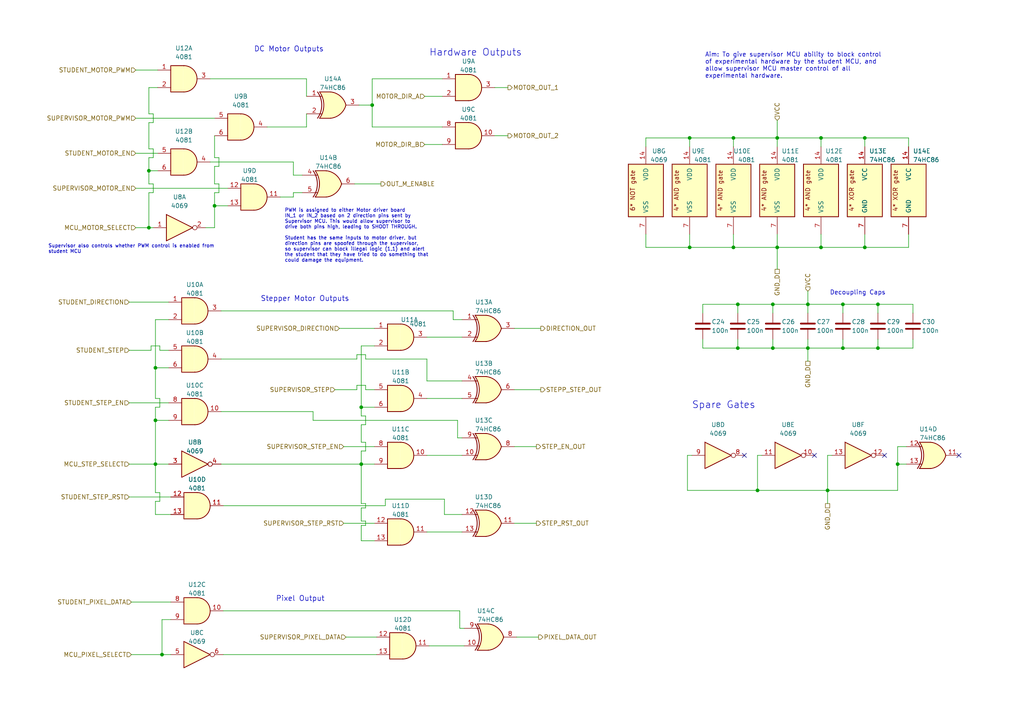
<source format=kicad_sch>
(kicad_sch (version 20230121) (generator eeschema)
  (paper "A4")
  (lib_symbols
    (symbol "000_Capacitor_Film_Immo:cap_film_0805" (pin_numbers hide) (pin_names (offset 0.254))
      (property "Reference" "C" (at 0.635 2.54 0))
      (property "Value" "cap_film_0805" (at 0.635 -2.54 0))
      (symbol "cap_film_0805_1_1"
        (pin passive line (at 0 3.81 270) (length 2.794) (name "~") (number "1"))
        (pin passive line (at 0 -3.81 90) (length 2.794) (name "~") (number "2"))
      )
    )
    (symbol "4069_1" (pin_names (offset 1.016))
      (property "Reference" "U" (at 0 1.27 0))
      (property "Value" "4069_1" (at 0 -1.27 0))
      (symbol "4069_1_1_0"
        (pin input line (at -7.62 0 0) (length 3.81) (name "~") (number "1"))
        (pin output inverted (at 7.62 0 180) (length 3.81) (name "~") (number "2"))
      )
      (symbol "4069_1_2_0"
        (pin input line (at -7.62 0 0) (length 3.81) (name "~") (number "3"))
        (pin output inverted (at 7.62 0 180) (length 3.81) (name "~") (number "4"))
      )
      (symbol "4069_1_3_0"
        (pin input line (at -7.62 0 0) (length 3.81) (name "~") (number "5"))
        (pin output inverted (at 7.62 0 180) (length 3.81) (name "~") (number "6"))
      )
      (symbol "4069_1_4_0"
        (pin output inverted (at 7.62 0 180) (length 3.81) (name "~") (number "8"))
        (pin input line (at -7.62 0 0) (length 3.81) (name "~") (number "9"))
      )
      (symbol "4069_1_5_0"
        (pin output inverted (at 7.62 0 180) (length 3.81) (name "~") (number "10"))
        (pin input line (at -7.62 0 0) (length 3.81) (name "~") (number "11"))
      )
      (symbol "4069_1_6_0"
        (pin output inverted (at 7.62 0 180) (length 3.81) (name "~") (number "12"))
        (pin input line (at -7.62 0 0) (length 3.81) (name "~") (number "13"))
      )
      (symbol "4069_1_7_0"
        (text "6* NOT gate" (at -3.81 0 900) (effects (font (size 1.27 1.27))))
        (pin power_in line (at 0 12.7 270) (length 5.08) (name "VDD") (number "14"))
        (pin power_in line (at 0 -12.7 90) (length 5.08) (name "VSS") (number "7"))
      )
    )
    (symbol "4069_2" (pin_names (offset 1.016))
      (property "Reference" "U" (at 0 1.27 0))
      (property "Value" "4069_2" (at 0 -1.27 0))
      (symbol "4069_2_1_0"
        (pin input line (at -7.62 0 0) (length 3.81) (name "~") (number "1"))
        (pin output inverted (at 7.62 0 180) (length 3.81) (name "~") (number "2"))
      )
      (symbol "4069_2_2_0"
        (pin input line (at -7.62 0 0) (length 3.81) (name "~") (number "3"))
        (pin output inverted (at 7.62 0 180) (length 3.81) (name "~") (number "4"))
      )
      (symbol "4069_2_3_0"
        (pin input line (at -7.62 0 0) (length 3.81) (name "~") (number "5"))
        (pin output inverted (at 7.62 0 180) (length 3.81) (name "~") (number "6"))
      )
      (symbol "4069_2_4_0"
        (pin output inverted (at 7.62 0 180) (length 3.81) (name "~") (number "8"))
        (pin input line (at -7.62 0 0) (length 3.81) (name "~") (number "9"))
      )
      (symbol "4069_2_5_0"
        (pin output inverted (at 7.62 0 180) (length 3.81) (name "~") (number "10"))
        (pin input line (at -7.62 0 0) (length 3.81) (name "~") (number "11"))
      )
      (symbol "4069_2_6_0"
        (pin output inverted (at 7.62 0 180) (length 3.81) (name "~") (number "12"))
        (pin input line (at -7.62 0 0) (length 3.81) (name "~") (number "13"))
      )
      (symbol "4069_2_7_0"
        (text "6* NOT gate" (at -3.81 0 900) (effects (font (size 1.27 1.27))))
        (pin power_in line (at 0 12.7 270) (length 5.08) (name "VDD") (number "14"))
        (pin power_in line (at 0 -12.7 90) (length 5.08) (name "VSS") (number "7"))
      )
    )
    (symbol "4069_3" (pin_names (offset 1.016))
      (property "Reference" "U" (at 0 1.27 0))
      (property "Value" "4069_3" (at 0 -1.27 0))
      (symbol "4069_3_1_0"
        (pin input line (at -7.62 0 0) (length 3.81) (name "~") (number "1"))
        (pin output inverted (at 7.62 0 180) (length 3.81) (name "~") (number "2"))
      )
      (symbol "4069_3_2_0"
        (pin input line (at -7.62 0 0) (length 3.81) (name "~") (number "3"))
        (pin output inverted (at 7.62 0 180) (length 3.81) (name "~") (number "4"))
      )
      (symbol "4069_3_3_0"
        (pin input line (at -7.62 0 0) (length 3.81) (name "~") (number "5"))
        (pin output inverted (at 7.62 0 180) (length 3.81) (name "~") (number "6"))
      )
      (symbol "4069_3_4_0"
        (pin output inverted (at 7.62 0 180) (length 3.81) (name "~") (number "8"))
        (pin input line (at -7.62 0 0) (length 3.81) (name "~") (number "9"))
      )
      (symbol "4069_3_5_0"
        (pin output inverted (at 7.62 0 180) (length 3.81) (name "~") (number "10"))
        (pin input line (at -7.62 0 0) (length 3.81) (name "~") (number "11"))
      )
      (symbol "4069_3_6_0"
        (pin output inverted (at 7.62 0 180) (length 3.81) (name "~") (number "12"))
        (pin input line (at -7.62 0 0) (length 3.81) (name "~") (number "13"))
      )
      (symbol "4069_3_7_0"
        (text "6* NOT gate" (at -3.81 0 900) (effects (font (size 1.27 1.27))))
        (pin power_in line (at 0 12.7 270) (length 5.08) (name "VDD") (number "14"))
        (pin power_in line (at 0 -12.7 90) (length 5.08) (name "VSS") (number "7"))
      )
    )
    (symbol "4069_4" (pin_names (offset 1.016))
      (property "Reference" "U" (at 0 1.27 0))
      (property "Value" "4069_4" (at 0 -1.27 0))
      (symbol "4069_4_1_0"
        (pin input line (at -7.62 0 0) (length 3.81) (name "~") (number "1"))
        (pin output inverted (at 7.62 0 180) (length 3.81) (name "~") (number "2"))
      )
      (symbol "4069_4_2_0"
        (pin input line (at -7.62 0 0) (length 3.81) (name "~") (number "3"))
        (pin output inverted (at 7.62 0 180) (length 3.81) (name "~") (number "4"))
      )
      (symbol "4069_4_3_0"
        (pin input line (at -7.62 0 0) (length 3.81) (name "~") (number "5"))
        (pin output inverted (at 7.62 0 180) (length 3.81) (name "~") (number "6"))
      )
      (symbol "4069_4_4_0"
        (pin output inverted (at 7.62 0 180) (length 3.81) (name "~") (number "8"))
        (pin input line (at -7.62 0 0) (length 3.81) (name "~") (number "9"))
      )
      (symbol "4069_4_5_0"
        (pin output inverted (at 7.62 0 180) (length 3.81) (name "~") (number "10"))
        (pin input line (at -7.62 0 0) (length 3.81) (name "~") (number "11"))
      )
      (symbol "4069_4_6_0"
        (pin output inverted (at 7.62 0 180) (length 3.81) (name "~") (number "12"))
        (pin input line (at -7.62 0 0) (length 3.81) (name "~") (number "13"))
      )
      (symbol "4069_4_7_0"
        (text "6* NOT gate" (at -3.81 0 900) (effects (font (size 1.27 1.27))))
        (pin power_in line (at 0 12.7 270) (length 5.08) (name "VDD") (number "14"))
        (pin power_in line (at 0 -12.7 90) (length 5.08) (name "VSS") (number "7"))
      )
    )
    (symbol "4069_5" (pin_names (offset 1.016))
      (property "Reference" "U" (at 0 1.27 0))
      (property "Value" "4069_5" (at 0 -1.27 0))
      (symbol "4069_5_1_0"
        (pin input line (at -7.62 0 0) (length 3.81) (name "~") (number "1"))
        (pin output inverted (at 7.62 0 180) (length 3.81) (name "~") (number "2"))
      )
      (symbol "4069_5_2_0"
        (pin input line (at -7.62 0 0) (length 3.81) (name "~") (number "3"))
        (pin output inverted (at 7.62 0 180) (length 3.81) (name "~") (number "4"))
      )
      (symbol "4069_5_3_0"
        (pin input line (at -7.62 0 0) (length 3.81) (name "~") (number "5"))
        (pin output inverted (at 7.62 0 180) (length 3.81) (name "~") (number "6"))
      )
      (symbol "4069_5_4_0"
        (pin output inverted (at 7.62 0 180) (length 3.81) (name "~") (number "8"))
        (pin input line (at -7.62 0 0) (length 3.81) (name "~") (number "9"))
      )
      (symbol "4069_5_5_0"
        (pin output inverted (at 7.62 0 180) (length 3.81) (name "~") (number "10"))
        (pin input line (at -7.62 0 0) (length 3.81) (name "~") (number "11"))
      )
      (symbol "4069_5_6_0"
        (pin output inverted (at 7.62 0 180) (length 3.81) (name "~") (number "12"))
        (pin input line (at -7.62 0 0) (length 3.81) (name "~") (number "13"))
      )
      (symbol "4069_5_7_0"
        (text "6* NOT gate" (at -3.81 0 900) (effects (font (size 1.27 1.27))))
        (pin power_in line (at 0 12.7 270) (length 5.08) (name "VDD") (number "14"))
        (pin power_in line (at 0 -12.7 90) (length 5.08) (name "VSS") (number "7"))
      )
    )
    (symbol "4069_6" (pin_names (offset 1.016))
      (property "Reference" "U" (at 0 1.27 0))
      (property "Value" "4069_6" (at 0 -1.27 0))
      (symbol "4069_6_1_0"
        (pin input line (at -7.62 0 0) (length 3.81) (name "~") (number "1"))
        (pin output inverted (at 7.62 0 180) (length 3.81) (name "~") (number "2"))
      )
      (symbol "4069_6_2_0"
        (pin input line (at -7.62 0 0) (length 3.81) (name "~") (number "3"))
        (pin output inverted (at 7.62 0 180) (length 3.81) (name "~") (number "4"))
      )
      (symbol "4069_6_3_0"
        (pin input line (at -7.62 0 0) (length 3.81) (name "~") (number "5"))
        (pin output inverted (at 7.62 0 180) (length 3.81) (name "~") (number "6"))
      )
      (symbol "4069_6_4_0"
        (pin output inverted (at 7.62 0 180) (length 3.81) (name "~") (number "8"))
        (pin input line (at -7.62 0 0) (length 3.81) (name "~") (number "9"))
      )
      (symbol "4069_6_5_0"
        (pin output inverted (at 7.62 0 180) (length 3.81) (name "~") (number "10"))
        (pin input line (at -7.62 0 0) (length 3.81) (name "~") (number "11"))
      )
      (symbol "4069_6_6_0"
        (pin output inverted (at 7.62 0 180) (length 3.81) (name "~") (number "12"))
        (pin input line (at -7.62 0 0) (length 3.81) (name "~") (number "13"))
      )
      (symbol "4069_6_7_0"
        (text "6* NOT gate" (at -3.81 0 900) (effects (font (size 1.27 1.27))))
        (pin power_in line (at 0 12.7 270) (length 5.08) (name "VDD") (number "14"))
        (pin power_in line (at 0 -12.7 90) (length 5.08) (name "VSS") (number "7"))
      )
    )
    (symbol "4081_1" (pin_names (offset 1.016))
      (property "Reference" "U" (at 0 1.27 0))
      (property "Value" "4081_1" (at 0 -1.27 0))
      (symbol "4081_1_1_1"
        (pin input line (at -7.62 2.54 0) (length 3.81) (name "~") (number "1"))
        (pin input line (at -7.62 -2.54 0) (length 3.81) (name "~") (number "2"))
        (pin output line (at 7.62 0 180) (length 3.81) (name "~") (number "3"))
      )
      (symbol "4081_1_1_2"
        (pin input inverted (at -7.62 2.54 0) (length 4.318) (name "~") (number "1"))
        (pin input inverted (at -7.62 -2.54 0) (length 4.318) (name "~") (number "2"))
        (pin output inverted (at 7.62 0 180) (length 3.81) (name "~") (number "3"))
      )
      (symbol "4081_1_2_1"
        (pin output line (at 7.62 0 180) (length 3.81) (name "~") (number "4"))
        (pin input line (at -7.62 2.54 0) (length 3.81) (name "~") (number "5"))
        (pin input line (at -7.62 -2.54 0) (length 3.81) (name "~") (number "6"))
      )
      (symbol "4081_1_2_2"
        (pin output inverted (at 7.62 0 180) (length 3.81) (name "~") (number "4"))
        (pin input inverted (at -7.62 2.54 0) (length 4.318) (name "~") (number "5"))
        (pin input inverted (at -7.62 -2.54 0) (length 4.318) (name "~") (number "6"))
      )
      (symbol "4081_1_3_1"
        (pin output line (at 7.62 0 180) (length 3.81) (name "~") (number "10"))
        (pin input line (at -7.62 2.54 0) (length 3.81) (name "~") (number "8"))
        (pin input line (at -7.62 -2.54 0) (length 3.81) (name "~") (number "9"))
      )
      (symbol "4081_1_3_2"
        (pin output inverted (at 7.62 0 180) (length 3.81) (name "~") (number "10"))
        (pin input inverted (at -7.62 2.54 0) (length 4.318) (name "~") (number "8"))
        (pin input inverted (at -7.62 -2.54 0) (length 4.318) (name "~") (number "9"))
      )
      (symbol "4081_1_4_1"
        (pin output line (at 7.62 0 180) (length 3.81) (name "~") (number "11"))
        (pin input line (at -7.62 2.54 0) (length 3.81) (name "~") (number "12"))
        (pin input line (at -7.62 -2.54 0) (length 3.81) (name "~") (number "13"))
      )
      (symbol "4081_1_4_2"
        (pin output inverted (at 7.62 0 180) (length 3.81) (name "~") (number "11"))
        (pin input inverted (at -7.62 2.54 0) (length 4.318) (name "~") (number "12"))
        (pin input inverted (at -7.62 -2.54 0) (length 4.318) (name "~") (number "13"))
      )
      (symbol "4081_1_5_0"
        (text "4* AND gate" (at -3.81 0 900) (effects (font (size 1.27 1.27))))
        (pin power_in line (at 0 12.7 270) (length 5.08) (name "VDD") (number "14"))
        (pin power_in line (at 0 -12.7 90) (length 5.08) (name "VSS") (number "7"))
      )
    )
    (symbol "4081_10" (pin_names (offset 1.016))
      (property "Reference" "U" (at 0 1.27 0))
      (property "Value" "4081_10" (at 0 -1.27 0))
      (symbol "4081_10_1_1"
        (pin input line (at -7.62 2.54 0) (length 3.81) (name "~") (number "1"))
        (pin input line (at -7.62 -2.54 0) (length 3.81) (name "~") (number "2"))
        (pin output line (at 7.62 0 180) (length 3.81) (name "~") (number "3"))
      )
      (symbol "4081_10_1_2"
        (pin input inverted (at -7.62 2.54 0) (length 4.318) (name "~") (number "1"))
        (pin input inverted (at -7.62 -2.54 0) (length 4.318) (name "~") (number "2"))
        (pin output inverted (at 7.62 0 180) (length 3.81) (name "~") (number "3"))
      )
      (symbol "4081_10_2_1"
        (pin output line (at 7.62 0 180) (length 3.81) (name "~") (number "4"))
        (pin input line (at -7.62 2.54 0) (length 3.81) (name "~") (number "5"))
        (pin input line (at -7.62 -2.54 0) (length 3.81) (name "~") (number "6"))
      )
      (symbol "4081_10_2_2"
        (pin output inverted (at 7.62 0 180) (length 3.81) (name "~") (number "4"))
        (pin input inverted (at -7.62 2.54 0) (length 4.318) (name "~") (number "5"))
        (pin input inverted (at -7.62 -2.54 0) (length 4.318) (name "~") (number "6"))
      )
      (symbol "4081_10_3_1"
        (pin output line (at 7.62 0 180) (length 3.81) (name "~") (number "10"))
        (pin input line (at -7.62 2.54 0) (length 3.81) (name "~") (number "8"))
        (pin input line (at -7.62 -2.54 0) (length 3.81) (name "~") (number "9"))
      )
      (symbol "4081_10_3_2"
        (pin output inverted (at 7.62 0 180) (length 3.81) (name "~") (number "10"))
        (pin input inverted (at -7.62 2.54 0) (length 4.318) (name "~") (number "8"))
        (pin input inverted (at -7.62 -2.54 0) (length 4.318) (name "~") (number "9"))
      )
      (symbol "4081_10_4_1"
        (pin output line (at 7.62 0 180) (length 3.81) (name "~") (number "11"))
        (pin input line (at -7.62 2.54 0) (length 3.81) (name "~") (number "12"))
        (pin input line (at -7.62 -2.54 0) (length 3.81) (name "~") (number "13"))
      )
      (symbol "4081_10_4_2"
        (pin output inverted (at 7.62 0 180) (length 3.81) (name "~") (number "11"))
        (pin input inverted (at -7.62 2.54 0) (length 4.318) (name "~") (number "12"))
        (pin input inverted (at -7.62 -2.54 0) (length 4.318) (name "~") (number "13"))
      )
      (symbol "4081_10_5_0"
        (text "4* AND gate" (at -3.81 0 900) (effects (font (size 1.27 1.27))))
        (pin power_in line (at 0 12.7 270) (length 5.08) (name "VDD") (number "14"))
        (pin power_in line (at 0 -12.7 90) (length 5.08) (name "VSS") (number "7"))
      )
    )
    (symbol "4081_11" (pin_names (offset 1.016))
      (property "Reference" "U" (at 0 1.27 0))
      (property "Value" "4081_11" (at 0 -1.27 0))
      (symbol "4081_11_1_1"
        (pin input line (at -7.62 2.54 0) (length 3.81) (name "~") (number "1"))
        (pin input line (at -7.62 -2.54 0) (length 3.81) (name "~") (number "2"))
        (pin output line (at 7.62 0 180) (length 3.81) (name "~") (number "3"))
      )
      (symbol "4081_11_1_2"
        (pin input inverted (at -7.62 2.54 0) (length 4.318) (name "~") (number "1"))
        (pin input inverted (at -7.62 -2.54 0) (length 4.318) (name "~") (number "2"))
        (pin output inverted (at 7.62 0 180) (length 3.81) (name "~") (number "3"))
      )
      (symbol "4081_11_2_1"
        (pin output line (at 7.62 0 180) (length 3.81) (name "~") (number "4"))
        (pin input line (at -7.62 2.54 0) (length 3.81) (name "~") (number "5"))
        (pin input line (at -7.62 -2.54 0) (length 3.81) (name "~") (number "6"))
      )
      (symbol "4081_11_2_2"
        (pin output inverted (at 7.62 0 180) (length 3.81) (name "~") (number "4"))
        (pin input inverted (at -7.62 2.54 0) (length 4.318) (name "~") (number "5"))
        (pin input inverted (at -7.62 -2.54 0) (length 4.318) (name "~") (number "6"))
      )
      (symbol "4081_11_3_1"
        (pin output line (at 7.62 0 180) (length 3.81) (name "~") (number "10"))
        (pin input line (at -7.62 2.54 0) (length 3.81) (name "~") (number "8"))
        (pin input line (at -7.62 -2.54 0) (length 3.81) (name "~") (number "9"))
      )
      (symbol "4081_11_3_2"
        (pin output inverted (at 7.62 0 180) (length 3.81) (name "~") (number "10"))
        (pin input inverted (at -7.62 2.54 0) (length 4.318) (name "~") (number "8"))
        (pin input inverted (at -7.62 -2.54 0) (length 4.318) (name "~") (number "9"))
      )
      (symbol "4081_11_4_1"
        (pin output line (at 7.62 0 180) (length 3.81) (name "~") (number "11"))
        (pin input line (at -7.62 2.54 0) (length 3.81) (name "~") (number "12"))
        (pin input line (at -7.62 -2.54 0) (length 3.81) (name "~") (number "13"))
      )
      (symbol "4081_11_4_2"
        (pin output inverted (at 7.62 0 180) (length 3.81) (name "~") (number "11"))
        (pin input inverted (at -7.62 2.54 0) (length 4.318) (name "~") (number "12"))
        (pin input inverted (at -7.62 -2.54 0) (length 4.318) (name "~") (number "13"))
      )
      (symbol "4081_11_5_0"
        (text "4* AND gate" (at -3.81 0 900) (effects (font (size 1.27 1.27))))
        (pin power_in line (at 0 12.7 270) (length 5.08) (name "VDD") (number "14"))
        (pin power_in line (at 0 -12.7 90) (length 5.08) (name "VSS") (number "7"))
      )
    )
    (symbol "4081_12" (pin_names (offset 1.016))
      (property "Reference" "U" (at 0 1.27 0))
      (property "Value" "4081_12" (at 0 -1.27 0))
      (symbol "4081_12_1_1"
        (pin input line (at -7.62 2.54 0) (length 3.81) (name "~") (number "1"))
        (pin input line (at -7.62 -2.54 0) (length 3.81) (name "~") (number "2"))
        (pin output line (at 7.62 0 180) (length 3.81) (name "~") (number "3"))
      )
      (symbol "4081_12_1_2"
        (pin input inverted (at -7.62 2.54 0) (length 4.318) (name "~") (number "1"))
        (pin input inverted (at -7.62 -2.54 0) (length 4.318) (name "~") (number "2"))
        (pin output inverted (at 7.62 0 180) (length 3.81) (name "~") (number "3"))
      )
      (symbol "4081_12_2_1"
        (pin output line (at 7.62 0 180) (length 3.81) (name "~") (number "4"))
        (pin input line (at -7.62 2.54 0) (length 3.81) (name "~") (number "5"))
        (pin input line (at -7.62 -2.54 0) (length 3.81) (name "~") (number "6"))
      )
      (symbol "4081_12_2_2"
        (pin output inverted (at 7.62 0 180) (length 3.81) (name "~") (number "4"))
        (pin input inverted (at -7.62 2.54 0) (length 4.318) (name "~") (number "5"))
        (pin input inverted (at -7.62 -2.54 0) (length 4.318) (name "~") (number "6"))
      )
      (symbol "4081_12_3_1"
        (pin output line (at 7.62 0 180) (length 3.81) (name "~") (number "10"))
        (pin input line (at -7.62 2.54 0) (length 3.81) (name "~") (number "8"))
        (pin input line (at -7.62 -2.54 0) (length 3.81) (name "~") (number "9"))
      )
      (symbol "4081_12_3_2"
        (pin output inverted (at 7.62 0 180) (length 3.81) (name "~") (number "10"))
        (pin input inverted (at -7.62 2.54 0) (length 4.318) (name "~") (number "8"))
        (pin input inverted (at -7.62 -2.54 0) (length 4.318) (name "~") (number "9"))
      )
      (symbol "4081_12_4_1"
        (pin output line (at 7.62 0 180) (length 3.81) (name "~") (number "11"))
        (pin input line (at -7.62 2.54 0) (length 3.81) (name "~") (number "12"))
        (pin input line (at -7.62 -2.54 0) (length 3.81) (name "~") (number "13"))
      )
      (symbol "4081_12_4_2"
        (pin output inverted (at 7.62 0 180) (length 3.81) (name "~") (number "11"))
        (pin input inverted (at -7.62 2.54 0) (length 4.318) (name "~") (number "12"))
        (pin input inverted (at -7.62 -2.54 0) (length 4.318) (name "~") (number "13"))
      )
      (symbol "4081_12_5_0"
        (text "4* AND gate" (at -3.81 0 900) (effects (font (size 1.27 1.27))))
        (pin power_in line (at 0 12.7 270) (length 5.08) (name "VDD") (number "14"))
        (pin power_in line (at 0 -12.7 90) (length 5.08) (name "VSS") (number "7"))
      )
    )
    (symbol "4081_13" (pin_names (offset 1.016))
      (property "Reference" "U" (at 0 1.27 0))
      (property "Value" "4081_13" (at 0 -1.27 0))
      (symbol "4081_13_1_1"
        (pin input line (at -7.62 2.54 0) (length 3.81) (name "~") (number "1"))
        (pin input line (at -7.62 -2.54 0) (length 3.81) (name "~") (number "2"))
        (pin output line (at 7.62 0 180) (length 3.81) (name "~") (number "3"))
      )
      (symbol "4081_13_1_2"
        (pin input inverted (at -7.62 2.54 0) (length 4.318) (name "~") (number "1"))
        (pin input inverted (at -7.62 -2.54 0) (length 4.318) (name "~") (number "2"))
        (pin output inverted (at 7.62 0 180) (length 3.81) (name "~") (number "3"))
      )
      (symbol "4081_13_2_1"
        (pin output line (at 7.62 0 180) (length 3.81) (name "~") (number "4"))
        (pin input line (at -7.62 2.54 0) (length 3.81) (name "~") (number "5"))
        (pin input line (at -7.62 -2.54 0) (length 3.81) (name "~") (number "6"))
      )
      (symbol "4081_13_2_2"
        (pin output inverted (at 7.62 0 180) (length 3.81) (name "~") (number "4"))
        (pin input inverted (at -7.62 2.54 0) (length 4.318) (name "~") (number "5"))
        (pin input inverted (at -7.62 -2.54 0) (length 4.318) (name "~") (number "6"))
      )
      (symbol "4081_13_3_1"
        (pin output line (at 7.62 0 180) (length 3.81) (name "~") (number "10"))
        (pin input line (at -7.62 2.54 0) (length 3.81) (name "~") (number "8"))
        (pin input line (at -7.62 -2.54 0) (length 3.81) (name "~") (number "9"))
      )
      (symbol "4081_13_3_2"
        (pin output inverted (at 7.62 0 180) (length 3.81) (name "~") (number "10"))
        (pin input inverted (at -7.62 2.54 0) (length 4.318) (name "~") (number "8"))
        (pin input inverted (at -7.62 -2.54 0) (length 4.318) (name "~") (number "9"))
      )
      (symbol "4081_13_4_1"
        (pin output line (at 7.62 0 180) (length 3.81) (name "~") (number "11"))
        (pin input line (at -7.62 2.54 0) (length 3.81) (name "~") (number "12"))
        (pin input line (at -7.62 -2.54 0) (length 3.81) (name "~") (number "13"))
      )
      (symbol "4081_13_4_2"
        (pin output inverted (at 7.62 0 180) (length 3.81) (name "~") (number "11"))
        (pin input inverted (at -7.62 2.54 0) (length 4.318) (name "~") (number "12"))
        (pin input inverted (at -7.62 -2.54 0) (length 4.318) (name "~") (number "13"))
      )
      (symbol "4081_13_5_0"
        (text "4* AND gate" (at -3.81 0 900) (effects (font (size 1.27 1.27))))
        (pin power_in line (at 0 12.7 270) (length 5.08) (name "VDD") (number "14"))
        (pin power_in line (at 0 -12.7 90) (length 5.08) (name "VSS") (number "7"))
      )
    )
    (symbol "4081_14" (pin_names (offset 1.016))
      (property "Reference" "U" (at 0 1.27 0))
      (property "Value" "4081_14" (at 0 -1.27 0))
      (symbol "4081_14_1_1"
        (pin input line (at -7.62 2.54 0) (length 3.81) (name "~") (number "1"))
        (pin input line (at -7.62 -2.54 0) (length 3.81) (name "~") (number "2"))
        (pin output line (at 7.62 0 180) (length 3.81) (name "~") (number "3"))
      )
      (symbol "4081_14_1_2"
        (pin input inverted (at -7.62 2.54 0) (length 4.318) (name "~") (number "1"))
        (pin input inverted (at -7.62 -2.54 0) (length 4.318) (name "~") (number "2"))
        (pin output inverted (at 7.62 0 180) (length 3.81) (name "~") (number "3"))
      )
      (symbol "4081_14_2_1"
        (pin output line (at 7.62 0 180) (length 3.81) (name "~") (number "4"))
        (pin input line (at -7.62 2.54 0) (length 3.81) (name "~") (number "5"))
        (pin input line (at -7.62 -2.54 0) (length 3.81) (name "~") (number "6"))
      )
      (symbol "4081_14_2_2"
        (pin output inverted (at 7.62 0 180) (length 3.81) (name "~") (number "4"))
        (pin input inverted (at -7.62 2.54 0) (length 4.318) (name "~") (number "5"))
        (pin input inverted (at -7.62 -2.54 0) (length 4.318) (name "~") (number "6"))
      )
      (symbol "4081_14_3_1"
        (pin output line (at 7.62 0 180) (length 3.81) (name "~") (number "10"))
        (pin input line (at -7.62 2.54 0) (length 3.81) (name "~") (number "8"))
        (pin input line (at -7.62 -2.54 0) (length 3.81) (name "~") (number "9"))
      )
      (symbol "4081_14_3_2"
        (pin output inverted (at 7.62 0 180) (length 3.81) (name "~") (number "10"))
        (pin input inverted (at -7.62 2.54 0) (length 4.318) (name "~") (number "8"))
        (pin input inverted (at -7.62 -2.54 0) (length 4.318) (name "~") (number "9"))
      )
      (symbol "4081_14_4_1"
        (pin output line (at 7.62 0 180) (length 3.81) (name "~") (number "11"))
        (pin input line (at -7.62 2.54 0) (length 3.81) (name "~") (number "12"))
        (pin input line (at -7.62 -2.54 0) (length 3.81) (name "~") (number "13"))
      )
      (symbol "4081_14_4_2"
        (pin output inverted (at 7.62 0 180) (length 3.81) (name "~") (number "11"))
        (pin input inverted (at -7.62 2.54 0) (length 4.318) (name "~") (number "12"))
        (pin input inverted (at -7.62 -2.54 0) (length 4.318) (name "~") (number "13"))
      )
      (symbol "4081_14_5_0"
        (text "4* AND gate" (at -3.81 0 900) (effects (font (size 1.27 1.27))))
        (pin power_in line (at 0 12.7 270) (length 5.08) (name "VDD") (number "14"))
        (pin power_in line (at 0 -12.7 90) (length 5.08) (name "VSS") (number "7"))
      )
    )
    (symbol "4081_15" (pin_names (offset 1.016))
      (property "Reference" "U" (at 0 1.27 0))
      (property "Value" "4081_15" (at 0 -1.27 0))
      (symbol "4081_15_1_1"
        (pin input line (at -7.62 2.54 0) (length 3.81) (name "~") (number "1"))
        (pin input line (at -7.62 -2.54 0) (length 3.81) (name "~") (number "2"))
        (pin output line (at 7.62 0 180) (length 3.81) (name "~") (number "3"))
      )
      (symbol "4081_15_1_2"
        (pin input inverted (at -7.62 2.54 0) (length 4.318) (name "~") (number "1"))
        (pin input inverted (at -7.62 -2.54 0) (length 4.318) (name "~") (number "2"))
        (pin output inverted (at 7.62 0 180) (length 3.81) (name "~") (number "3"))
      )
      (symbol "4081_15_2_1"
        (pin output line (at 7.62 0 180) (length 3.81) (name "~") (number "4"))
        (pin input line (at -7.62 2.54 0) (length 3.81) (name "~") (number "5"))
        (pin input line (at -7.62 -2.54 0) (length 3.81) (name "~") (number "6"))
      )
      (symbol "4081_15_2_2"
        (pin output inverted (at 7.62 0 180) (length 3.81) (name "~") (number "4"))
        (pin input inverted (at -7.62 2.54 0) (length 4.318) (name "~") (number "5"))
        (pin input inverted (at -7.62 -2.54 0) (length 4.318) (name "~") (number "6"))
      )
      (symbol "4081_15_3_1"
        (pin output line (at 7.62 0 180) (length 3.81) (name "~") (number "10"))
        (pin input line (at -7.62 2.54 0) (length 3.81) (name "~") (number "8"))
        (pin input line (at -7.62 -2.54 0) (length 3.81) (name "~") (number "9"))
      )
      (symbol "4081_15_3_2"
        (pin output inverted (at 7.62 0 180) (length 3.81) (name "~") (number "10"))
        (pin input inverted (at -7.62 2.54 0) (length 4.318) (name "~") (number "8"))
        (pin input inverted (at -7.62 -2.54 0) (length 4.318) (name "~") (number "9"))
      )
      (symbol "4081_15_4_1"
        (pin output line (at 7.62 0 180) (length 3.81) (name "~") (number "11"))
        (pin input line (at -7.62 2.54 0) (length 3.81) (name "~") (number "12"))
        (pin input line (at -7.62 -2.54 0) (length 3.81) (name "~") (number "13"))
      )
      (symbol "4081_15_4_2"
        (pin output inverted (at 7.62 0 180) (length 3.81) (name "~") (number "11"))
        (pin input inverted (at -7.62 2.54 0) (length 4.318) (name "~") (number "12"))
        (pin input inverted (at -7.62 -2.54 0) (length 4.318) (name "~") (number "13"))
      )
      (symbol "4081_15_5_0"
        (text "4* AND gate" (at -3.81 0 900) (effects (font (size 1.27 1.27))))
        (pin power_in line (at 0 12.7 270) (length 5.08) (name "VDD") (number "14"))
        (pin power_in line (at 0 -12.7 90) (length 5.08) (name "VSS") (number "7"))
      )
    )
    (symbol "4081_16" (pin_names (offset 1.016))
      (property "Reference" "U" (at 0 1.27 0))
      (property "Value" "4081_16" (at 0 -1.27 0))
      (symbol "4081_16_1_1"
        (pin input line (at -7.62 2.54 0) (length 3.81) (name "~") (number "1"))
        (pin input line (at -7.62 -2.54 0) (length 3.81) (name "~") (number "2"))
        (pin output line (at 7.62 0 180) (length 3.81) (name "~") (number "3"))
      )
      (symbol "4081_16_1_2"
        (pin input inverted (at -7.62 2.54 0) (length 4.318) (name "~") (number "1"))
        (pin input inverted (at -7.62 -2.54 0) (length 4.318) (name "~") (number "2"))
        (pin output inverted (at 7.62 0 180) (length 3.81) (name "~") (number "3"))
      )
      (symbol "4081_16_2_1"
        (pin output line (at 7.62 0 180) (length 3.81) (name "~") (number "4"))
        (pin input line (at -7.62 2.54 0) (length 3.81) (name "~") (number "5"))
        (pin input line (at -7.62 -2.54 0) (length 3.81) (name "~") (number "6"))
      )
      (symbol "4081_16_2_2"
        (pin output inverted (at 7.62 0 180) (length 3.81) (name "~") (number "4"))
        (pin input inverted (at -7.62 2.54 0) (length 4.318) (name "~") (number "5"))
        (pin input inverted (at -7.62 -2.54 0) (length 4.318) (name "~") (number "6"))
      )
      (symbol "4081_16_3_1"
        (pin output line (at 7.62 0 180) (length 3.81) (name "~") (number "10"))
        (pin input line (at -7.62 2.54 0) (length 3.81) (name "~") (number "8"))
        (pin input line (at -7.62 -2.54 0) (length 3.81) (name "~") (number "9"))
      )
      (symbol "4081_16_3_2"
        (pin output inverted (at 7.62 0 180) (length 3.81) (name "~") (number "10"))
        (pin input inverted (at -7.62 2.54 0) (length 4.318) (name "~") (number "8"))
        (pin input inverted (at -7.62 -2.54 0) (length 4.318) (name "~") (number "9"))
      )
      (symbol "4081_16_4_1"
        (pin output line (at 7.62 0 180) (length 3.81) (name "~") (number "11"))
        (pin input line (at -7.62 2.54 0) (length 3.81) (name "~") (number "12"))
        (pin input line (at -7.62 -2.54 0) (length 3.81) (name "~") (number "13"))
      )
      (symbol "4081_16_4_2"
        (pin output inverted (at 7.62 0 180) (length 3.81) (name "~") (number "11"))
        (pin input inverted (at -7.62 2.54 0) (length 4.318) (name "~") (number "12"))
        (pin input inverted (at -7.62 -2.54 0) (length 4.318) (name "~") (number "13"))
      )
      (symbol "4081_16_5_0"
        (text "4* AND gate" (at -3.81 0 900) (effects (font (size 1.27 1.27))))
        (pin power_in line (at 0 12.7 270) (length 5.08) (name "VDD") (number "14"))
        (pin power_in line (at 0 -12.7 90) (length 5.08) (name "VSS") (number "7"))
      )
    )
    (symbol "4081_17" (pin_names (offset 1.016))
      (property "Reference" "U" (at 0 1.27 0))
      (property "Value" "4081_17" (at 0 -1.27 0))
      (symbol "4081_17_1_1"
        (pin input line (at -7.62 2.54 0) (length 3.81) (name "~") (number "1"))
        (pin input line (at -7.62 -2.54 0) (length 3.81) (name "~") (number "2"))
        (pin output line (at 7.62 0 180) (length 3.81) (name "~") (number "3"))
      )
      (symbol "4081_17_1_2"
        (pin input inverted (at -7.62 2.54 0) (length 4.318) (name "~") (number "1"))
        (pin input inverted (at -7.62 -2.54 0) (length 4.318) (name "~") (number "2"))
        (pin output inverted (at 7.62 0 180) (length 3.81) (name "~") (number "3"))
      )
      (symbol "4081_17_2_1"
        (pin output line (at 7.62 0 180) (length 3.81) (name "~") (number "4"))
        (pin input line (at -7.62 2.54 0) (length 3.81) (name "~") (number "5"))
        (pin input line (at -7.62 -2.54 0) (length 3.81) (name "~") (number "6"))
      )
      (symbol "4081_17_2_2"
        (pin output inverted (at 7.62 0 180) (length 3.81) (name "~") (number "4"))
        (pin input inverted (at -7.62 2.54 0) (length 4.318) (name "~") (number "5"))
        (pin input inverted (at -7.62 -2.54 0) (length 4.318) (name "~") (number "6"))
      )
      (symbol "4081_17_3_1"
        (pin output line (at 7.62 0 180) (length 3.81) (name "~") (number "10"))
        (pin input line (at -7.62 2.54 0) (length 3.81) (name "~") (number "8"))
        (pin input line (at -7.62 -2.54 0) (length 3.81) (name "~") (number "9"))
      )
      (symbol "4081_17_3_2"
        (pin output inverted (at 7.62 0 180) (length 3.81) (name "~") (number "10"))
        (pin input inverted (at -7.62 2.54 0) (length 4.318) (name "~") (number "8"))
        (pin input inverted (at -7.62 -2.54 0) (length 4.318) (name "~") (number "9"))
      )
      (symbol "4081_17_4_1"
        (pin output line (at 7.62 0 180) (length 3.81) (name "~") (number "11"))
        (pin input line (at -7.62 2.54 0) (length 3.81) (name "~") (number "12"))
        (pin input line (at -7.62 -2.54 0) (length 3.81) (name "~") (number "13"))
      )
      (symbol "4081_17_4_2"
        (pin output inverted (at 7.62 0 180) (length 3.81) (name "~") (number "11"))
        (pin input inverted (at -7.62 2.54 0) (length 4.318) (name "~") (number "12"))
        (pin input inverted (at -7.62 -2.54 0) (length 4.318) (name "~") (number "13"))
      )
      (symbol "4081_17_5_0"
        (text "4* AND gate" (at -3.81 0 900) (effects (font (size 1.27 1.27))))
        (pin power_in line (at 0 12.7 270) (length 5.08) (name "VDD") (number "14"))
        (pin power_in line (at 0 -12.7 90) (length 5.08) (name "VSS") (number "7"))
      )
    )
    (symbol "4081_18" (pin_names (offset 1.016))
      (property "Reference" "U" (at 0 1.27 0))
      (property "Value" "4081_18" (at 0 -1.27 0))
      (symbol "4081_18_1_1"
        (pin input line (at -7.62 2.54 0) (length 3.81) (name "~") (number "1"))
        (pin input line (at -7.62 -2.54 0) (length 3.81) (name "~") (number "2"))
        (pin output line (at 7.62 0 180) (length 3.81) (name "~") (number "3"))
      )
      (symbol "4081_18_1_2"
        (pin input inverted (at -7.62 2.54 0) (length 4.318) (name "~") (number "1"))
        (pin input inverted (at -7.62 -2.54 0) (length 4.318) (name "~") (number "2"))
        (pin output inverted (at 7.62 0 180) (length 3.81) (name "~") (number "3"))
      )
      (symbol "4081_18_2_1"
        (pin output line (at 7.62 0 180) (length 3.81) (name "~") (number "4"))
        (pin input line (at -7.62 2.54 0) (length 3.81) (name "~") (number "5"))
        (pin input line (at -7.62 -2.54 0) (length 3.81) (name "~") (number "6"))
      )
      (symbol "4081_18_2_2"
        (pin output inverted (at 7.62 0 180) (length 3.81) (name "~") (number "4"))
        (pin input inverted (at -7.62 2.54 0) (length 4.318) (name "~") (number "5"))
        (pin input inverted (at -7.62 -2.54 0) (length 4.318) (name "~") (number "6"))
      )
      (symbol "4081_18_3_1"
        (pin output line (at 7.62 0 180) (length 3.81) (name "~") (number "10"))
        (pin input line (at -7.62 2.54 0) (length 3.81) (name "~") (number "8"))
        (pin input line (at -7.62 -2.54 0) (length 3.81) (name "~") (number "9"))
      )
      (symbol "4081_18_3_2"
        (pin output inverted (at 7.62 0 180) (length 3.81) (name "~") (number "10"))
        (pin input inverted (at -7.62 2.54 0) (length 4.318) (name "~") (number "8"))
        (pin input inverted (at -7.62 -2.54 0) (length 4.318) (name "~") (number "9"))
      )
      (symbol "4081_18_4_1"
        (pin output line (at 7.62 0 180) (length 3.81) (name "~") (number "11"))
        (pin input line (at -7.62 2.54 0) (length 3.81) (name "~") (number "12"))
        (pin input line (at -7.62 -2.54 0) (length 3.81) (name "~") (number "13"))
      )
      (symbol "4081_18_4_2"
        (pin output inverted (at 7.62 0 180) (length 3.81) (name "~") (number "11"))
        (pin input inverted (at -7.62 2.54 0) (length 4.318) (name "~") (number "12"))
        (pin input inverted (at -7.62 -2.54 0) (length 4.318) (name "~") (number "13"))
      )
      (symbol "4081_18_5_0"
        (text "4* AND gate" (at -3.81 0 900) (effects (font (size 1.27 1.27))))
        (pin power_in line (at 0 12.7 270) (length 5.08) (name "VDD") (number "14"))
        (pin power_in line (at 0 -12.7 90) (length 5.08) (name "VSS") (number "7"))
      )
    )
    (symbol "4081_19" (pin_names (offset 1.016))
      (property "Reference" "U" (at 0 1.27 0))
      (property "Value" "4081_19" (at 0 -1.27 0))
      (symbol "4081_19_1_1"
        (pin input line (at -7.62 2.54 0) (length 3.81) (name "~") (number "1"))
        (pin input line (at -7.62 -2.54 0) (length 3.81) (name "~") (number "2"))
        (pin output line (at 7.62 0 180) (length 3.81) (name "~") (number "3"))
      )
      (symbol "4081_19_1_2"
        (pin input inverted (at -7.62 2.54 0) (length 4.318) (name "~") (number "1"))
        (pin input inverted (at -7.62 -2.54 0) (length 4.318) (name "~") (number "2"))
        (pin output inverted (at 7.62 0 180) (length 3.81) (name "~") (number "3"))
      )
      (symbol "4081_19_2_1"
        (pin output line (at 7.62 0 180) (length 3.81) (name "~") (number "4"))
        (pin input line (at -7.62 2.54 0) (length 3.81) (name "~") (number "5"))
        (pin input line (at -7.62 -2.54 0) (length 3.81) (name "~") (number "6"))
      )
      (symbol "4081_19_2_2"
        (pin output inverted (at 7.62 0 180) (length 3.81) (name "~") (number "4"))
        (pin input inverted (at -7.62 2.54 0) (length 4.318) (name "~") (number "5"))
        (pin input inverted (at -7.62 -2.54 0) (length 4.318) (name "~") (number "6"))
      )
      (symbol "4081_19_3_1"
        (pin output line (at 7.62 0 180) (length 3.81) (name "~") (number "10"))
        (pin input line (at -7.62 2.54 0) (length 3.81) (name "~") (number "8"))
        (pin input line (at -7.62 -2.54 0) (length 3.81) (name "~") (number "9"))
      )
      (symbol "4081_19_3_2"
        (pin output inverted (at 7.62 0 180) (length 3.81) (name "~") (number "10"))
        (pin input inverted (at -7.62 2.54 0) (length 4.318) (name "~") (number "8"))
        (pin input inverted (at -7.62 -2.54 0) (length 4.318) (name "~") (number "9"))
      )
      (symbol "4081_19_4_1"
        (pin output line (at 7.62 0 180) (length 3.81) (name "~") (number "11"))
        (pin input line (at -7.62 2.54 0) (length 3.81) (name "~") (number "12"))
        (pin input line (at -7.62 -2.54 0) (length 3.81) (name "~") (number "13"))
      )
      (symbol "4081_19_4_2"
        (pin output inverted (at 7.62 0 180) (length 3.81) (name "~") (number "11"))
        (pin input inverted (at -7.62 2.54 0) (length 4.318) (name "~") (number "12"))
        (pin input inverted (at -7.62 -2.54 0) (length 4.318) (name "~") (number "13"))
      )
      (symbol "4081_19_5_0"
        (text "4* AND gate" (at -3.81 0 900) (effects (font (size 1.27 1.27))))
        (pin power_in line (at 0 12.7 270) (length 5.08) (name "VDD") (number "14"))
        (pin power_in line (at 0 -12.7 90) (length 5.08) (name "VSS") (number "7"))
      )
    )
    (symbol "4081_2" (pin_names (offset 1.016))
      (property "Reference" "U" (at 0 1.27 0))
      (property "Value" "4081_2" (at 0 -1.27 0))
      (symbol "4081_2_1_1"
        (pin input line (at -7.62 2.54 0) (length 3.81) (name "~") (number "1"))
        (pin input line (at -7.62 -2.54 0) (length 3.81) (name "~") (number "2"))
        (pin output line (at 7.62 0 180) (length 3.81) (name "~") (number "3"))
      )
      (symbol "4081_2_1_2"
        (pin input inverted (at -7.62 2.54 0) (length 4.318) (name "~") (number "1"))
        (pin input inverted (at -7.62 -2.54 0) (length 4.318) (name "~") (number "2"))
        (pin output inverted (at 7.62 0 180) (length 3.81) (name "~") (number "3"))
      )
      (symbol "4081_2_2_1"
        (pin output line (at 7.62 0 180) (length 3.81) (name "~") (number "4"))
        (pin input line (at -7.62 2.54 0) (length 3.81) (name "~") (number "5"))
        (pin input line (at -7.62 -2.54 0) (length 3.81) (name "~") (number "6"))
      )
      (symbol "4081_2_2_2"
        (pin output inverted (at 7.62 0 180) (length 3.81) (name "~") (number "4"))
        (pin input inverted (at -7.62 2.54 0) (length 4.318) (name "~") (number "5"))
        (pin input inverted (at -7.62 -2.54 0) (length 4.318) (name "~") (number "6"))
      )
      (symbol "4081_2_3_1"
        (pin output line (at 7.62 0 180) (length 3.81) (name "~") (number "10"))
        (pin input line (at -7.62 2.54 0) (length 3.81) (name "~") (number "8"))
        (pin input line (at -7.62 -2.54 0) (length 3.81) (name "~") (number "9"))
      )
      (symbol "4081_2_3_2"
        (pin output inverted (at 7.62 0 180) (length 3.81) (name "~") (number "10"))
        (pin input inverted (at -7.62 2.54 0) (length 4.318) (name "~") (number "8"))
        (pin input inverted (at -7.62 -2.54 0) (length 4.318) (name "~") (number "9"))
      )
      (symbol "4081_2_4_1"
        (pin output line (at 7.62 0 180) (length 3.81) (name "~") (number "11"))
        (pin input line (at -7.62 2.54 0) (length 3.81) (name "~") (number "12"))
        (pin input line (at -7.62 -2.54 0) (length 3.81) (name "~") (number "13"))
      )
      (symbol "4081_2_4_2"
        (pin output inverted (at 7.62 0 180) (length 3.81) (name "~") (number "11"))
        (pin input inverted (at -7.62 2.54 0) (length 4.318) (name "~") (number "12"))
        (pin input inverted (at -7.62 -2.54 0) (length 4.318) (name "~") (number "13"))
      )
      (symbol "4081_2_5_0"
        (text "4* AND gate" (at -3.81 0 900) (effects (font (size 1.27 1.27))))
        (pin power_in line (at 0 12.7 270) (length 5.08) (name "VDD") (number "14"))
        (pin power_in line (at 0 -12.7 90) (length 5.08) (name "VSS") (number "7"))
      )
    )
    (symbol "4081_3" (pin_names (offset 1.016))
      (property "Reference" "U" (at 0 1.27 0))
      (property "Value" "4081_3" (at 0 -1.27 0))
      (symbol "4081_3_1_1"
        (pin input line (at -7.62 2.54 0) (length 3.81) (name "~") (number "1"))
        (pin input line (at -7.62 -2.54 0) (length 3.81) (name "~") (number "2"))
        (pin output line (at 7.62 0 180) (length 3.81) (name "~") (number "3"))
      )
      (symbol "4081_3_1_2"
        (pin input inverted (at -7.62 2.54 0) (length 4.318) (name "~") (number "1"))
        (pin input inverted (at -7.62 -2.54 0) (length 4.318) (name "~") (number "2"))
        (pin output inverted (at 7.62 0 180) (length 3.81) (name "~") (number "3"))
      )
      (symbol "4081_3_2_1"
        (pin output line (at 7.62 0 180) (length 3.81) (name "~") (number "4"))
        (pin input line (at -7.62 2.54 0) (length 3.81) (name "~") (number "5"))
        (pin input line (at -7.62 -2.54 0) (length 3.81) (name "~") (number "6"))
      )
      (symbol "4081_3_2_2"
        (pin output inverted (at 7.62 0 180) (length 3.81) (name "~") (number "4"))
        (pin input inverted (at -7.62 2.54 0) (length 4.318) (name "~") (number "5"))
        (pin input inverted (at -7.62 -2.54 0) (length 4.318) (name "~") (number "6"))
      )
      (symbol "4081_3_3_1"
        (pin output line (at 7.62 0 180) (length 3.81) (name "~") (number "10"))
        (pin input line (at -7.62 2.54 0) (length 3.81) (name "~") (number "8"))
        (pin input line (at -7.62 -2.54 0) (length 3.81) (name "~") (number "9"))
      )
      (symbol "4081_3_3_2"
        (pin output inverted (at 7.62 0 180) (length 3.81) (name "~") (number "10"))
        (pin input inverted (at -7.62 2.54 0) (length 4.318) (name "~") (number "8"))
        (pin input inverted (at -7.62 -2.54 0) (length 4.318) (name "~") (number "9"))
      )
      (symbol "4081_3_4_1"
        (pin output line (at 7.62 0 180) (length 3.81) (name "~") (number "11"))
        (pin input line (at -7.62 2.54 0) (length 3.81) (name "~") (number "12"))
        (pin input line (at -7.62 -2.54 0) (length 3.81) (name "~") (number "13"))
      )
      (symbol "4081_3_4_2"
        (pin output inverted (at 7.62 0 180) (length 3.81) (name "~") (number "11"))
        (pin input inverted (at -7.62 2.54 0) (length 4.318) (name "~") (number "12"))
        (pin input inverted (at -7.62 -2.54 0) (length 4.318) (name "~") (number "13"))
      )
      (symbol "4081_3_5_0"
        (text "4* AND gate" (at -3.81 0 900) (effects (font (size 1.27 1.27))))
        (pin power_in line (at 0 12.7 270) (length 5.08) (name "VDD") (number "14"))
        (pin power_in line (at 0 -12.7 90) (length 5.08) (name "VSS") (number "7"))
      )
    )
    (symbol "4081_4" (pin_names (offset 1.016))
      (property "Reference" "U" (at 0 1.27 0))
      (property "Value" "4081_4" (at 0 -1.27 0))
      (symbol "4081_4_1_1"
        (pin input line (at -7.62 2.54 0) (length 3.81) (name "~") (number "1"))
        (pin input line (at -7.62 -2.54 0) (length 3.81) (name "~") (number "2"))
        (pin output line (at 7.62 0 180) (length 3.81) (name "~") (number "3"))
      )
      (symbol "4081_4_1_2"
        (pin input inverted (at -7.62 2.54 0) (length 4.318) (name "~") (number "1"))
        (pin input inverted (at -7.62 -2.54 0) (length 4.318) (name "~") (number "2"))
        (pin output inverted (at 7.62 0 180) (length 3.81) (name "~") (number "3"))
      )
      (symbol "4081_4_2_1"
        (pin output line (at 7.62 0 180) (length 3.81) (name "~") (number "4"))
        (pin input line (at -7.62 2.54 0) (length 3.81) (name "~") (number "5"))
        (pin input line (at -7.62 -2.54 0) (length 3.81) (name "~") (number "6"))
      )
      (symbol "4081_4_2_2"
        (pin output inverted (at 7.62 0 180) (length 3.81) (name "~") (number "4"))
        (pin input inverted (at -7.62 2.54 0) (length 4.318) (name "~") (number "5"))
        (pin input inverted (at -7.62 -2.54 0) (length 4.318) (name "~") (number "6"))
      )
      (symbol "4081_4_3_1"
        (pin output line (at 7.62 0 180) (length 3.81) (name "~") (number "10"))
        (pin input line (at -7.62 2.54 0) (length 3.81) (name "~") (number "8"))
        (pin input line (at -7.62 -2.54 0) (length 3.81) (name "~") (number "9"))
      )
      (symbol "4081_4_3_2"
        (pin output inverted (at 7.62 0 180) (length 3.81) (name "~") (number "10"))
        (pin input inverted (at -7.62 2.54 0) (length 4.318) (name "~") (number "8"))
        (pin input inverted (at -7.62 -2.54 0) (length 4.318) (name "~") (number "9"))
      )
      (symbol "4081_4_4_1"
        (pin output line (at 7.62 0 180) (length 3.81) (name "~") (number "11"))
        (pin input line (at -7.62 2.54 0) (length 3.81) (name "~") (number "12"))
        (pin input line (at -7.62 -2.54 0) (length 3.81) (name "~") (number "13"))
      )
      (symbol "4081_4_4_2"
        (pin output inverted (at 7.62 0 180) (length 3.81) (name "~") (number "11"))
        (pin input inverted (at -7.62 2.54 0) (length 4.318) (name "~") (number "12"))
        (pin input inverted (at -7.62 -2.54 0) (length 4.318) (name "~") (number "13"))
      )
      (symbol "4081_4_5_0"
        (text "4* AND gate" (at -3.81 0 900) (effects (font (size 1.27 1.27))))
        (pin power_in line (at 0 12.7 270) (length 5.08) (name "VDD") (number "14"))
        (pin power_in line (at 0 -12.7 90) (length 5.08) (name "VSS") (number "7"))
      )
    )
    (symbol "4081_5" (pin_names (offset 1.016))
      (property "Reference" "U" (at 0 1.27 0))
      (property "Value" "4081_5" (at 0 -1.27 0))
      (symbol "4081_5_1_1"
        (pin input line (at -7.62 2.54 0) (length 3.81) (name "~") (number "1"))
        (pin input line (at -7.62 -2.54 0) (length 3.81) (name "~") (number "2"))
        (pin output line (at 7.62 0 180) (length 3.81) (name "~") (number "3"))
      )
      (symbol "4081_5_1_2"
        (pin input inverted (at -7.62 2.54 0) (length 4.318) (name "~") (number "1"))
        (pin input inverted (at -7.62 -2.54 0) (length 4.318) (name "~") (number "2"))
        (pin output inverted (at 7.62 0 180) (length 3.81) (name "~") (number "3"))
      )
      (symbol "4081_5_2_1"
        (pin output line (at 7.62 0 180) (length 3.81) (name "~") (number "4"))
        (pin input line (at -7.62 2.54 0) (length 3.81) (name "~") (number "5"))
        (pin input line (at -7.62 -2.54 0) (length 3.81) (name "~") (number "6"))
      )
      (symbol "4081_5_2_2"
        (pin output inverted (at 7.62 0 180) (length 3.81) (name "~") (number "4"))
        (pin input inverted (at -7.62 2.54 0) (length 4.318) (name "~") (number "5"))
        (pin input inverted (at -7.62 -2.54 0) (length 4.318) (name "~") (number "6"))
      )
      (symbol "4081_5_3_1"
        (pin output line (at 7.62 0 180) (length 3.81) (name "~") (number "10"))
        (pin input line (at -7.62 2.54 0) (length 3.81) (name "~") (number "8"))
        (pin input line (at -7.62 -2.54 0) (length 3.81) (name "~") (number "9"))
      )
      (symbol "4081_5_3_2"
        (pin output inverted (at 7.62 0 180) (length 3.81) (name "~") (number "10"))
        (pin input inverted (at -7.62 2.54 0) (length 4.318) (name "~") (number "8"))
        (pin input inverted (at -7.62 -2.54 0) (length 4.318) (name "~") (number "9"))
      )
      (symbol "4081_5_4_1"
        (pin output line (at 7.62 0 180) (length 3.81) (name "~") (number "11"))
        (pin input line (at -7.62 2.54 0) (length 3.81) (name "~") (number "12"))
        (pin input line (at -7.62 -2.54 0) (length 3.81) (name "~") (number "13"))
      )
      (symbol "4081_5_4_2"
        (pin output inverted (at 7.62 0 180) (length 3.81) (name "~") (number "11"))
        (pin input inverted (at -7.62 2.54 0) (length 4.318) (name "~") (number "12"))
        (pin input inverted (at -7.62 -2.54 0) (length 4.318) (name "~") (number "13"))
      )
      (symbol "4081_5_5_0"
        (text "4* AND gate" (at -3.81 0 900) (effects (font (size 1.27 1.27))))
        (pin power_in line (at 0 12.7 270) (length 5.08) (name "VDD") (number "14"))
        (pin power_in line (at 0 -12.7 90) (length 5.08) (name "VSS") (number "7"))
      )
    )
    (symbol "4081_6" (pin_names (offset 1.016))
      (property "Reference" "U" (at 0 1.27 0))
      (property "Value" "4081_6" (at 0 -1.27 0))
      (symbol "4081_6_1_1"
        (pin input line (at -7.62 2.54 0) (length 3.81) (name "~") (number "1"))
        (pin input line (at -7.62 -2.54 0) (length 3.81) (name "~") (number "2"))
        (pin output line (at 7.62 0 180) (length 3.81) (name "~") (number "3"))
      )
      (symbol "4081_6_1_2"
        (pin input inverted (at -7.62 2.54 0) (length 4.318) (name "~") (number "1"))
        (pin input inverted (at -7.62 -2.54 0) (length 4.318) (name "~") (number "2"))
        (pin output inverted (at 7.62 0 180) (length 3.81) (name "~") (number "3"))
      )
      (symbol "4081_6_2_1"
        (pin output line (at 7.62 0 180) (length 3.81) (name "~") (number "4"))
        (pin input line (at -7.62 2.54 0) (length 3.81) (name "~") (number "5"))
        (pin input line (at -7.62 -2.54 0) (length 3.81) (name "~") (number "6"))
      )
      (symbol "4081_6_2_2"
        (pin output inverted (at 7.62 0 180) (length 3.81) (name "~") (number "4"))
        (pin input inverted (at -7.62 2.54 0) (length 4.318) (name "~") (number "5"))
        (pin input inverted (at -7.62 -2.54 0) (length 4.318) (name "~") (number "6"))
      )
      (symbol "4081_6_3_1"
        (pin output line (at 7.62 0 180) (length 3.81) (name "~") (number "10"))
        (pin input line (at -7.62 2.54 0) (length 3.81) (name "~") (number "8"))
        (pin input line (at -7.62 -2.54 0) (length 3.81) (name "~") (number "9"))
      )
      (symbol "4081_6_3_2"
        (pin output inverted (at 7.62 0 180) (length 3.81) (name "~") (number "10"))
        (pin input inverted (at -7.62 2.54 0) (length 4.318) (name "~") (number "8"))
        (pin input inverted (at -7.62 -2.54 0) (length 4.318) (name "~") (number "9"))
      )
      (symbol "4081_6_4_1"
        (pin output line (at 7.62 0 180) (length 3.81) (name "~") (number "11"))
        (pin input line (at -7.62 2.54 0) (length 3.81) (name "~") (number "12"))
        (pin input line (at -7.62 -2.54 0) (length 3.81) (name "~") (number "13"))
      )
      (symbol "4081_6_4_2"
        (pin output inverted (at 7.62 0 180) (length 3.81) (name "~") (number "11"))
        (pin input inverted (at -7.62 2.54 0) (length 4.318) (name "~") (number "12"))
        (pin input inverted (at -7.62 -2.54 0) (length 4.318) (name "~") (number "13"))
      )
      (symbol "4081_6_5_0"
        (text "4* AND gate" (at -3.81 0 900) (effects (font (size 1.27 1.27))))
        (pin power_in line (at 0 12.7 270) (length 5.08) (name "VDD") (number "14"))
        (pin power_in line (at 0 -12.7 90) (length 5.08) (name "VSS") (number "7"))
      )
    )
    (symbol "4081_7" (pin_names (offset 1.016))
      (property "Reference" "U" (at 0 1.27 0))
      (property "Value" "4081_7" (at 0 -1.27 0))
      (symbol "4081_7_1_1"
        (pin input line (at -7.62 2.54 0) (length 3.81) (name "~") (number "1"))
        (pin input line (at -7.62 -2.54 0) (length 3.81) (name "~") (number "2"))
        (pin output line (at 7.62 0 180) (length 3.81) (name "~") (number "3"))
      )
      (symbol "4081_7_1_2"
        (pin input inverted (at -7.62 2.54 0) (length 4.318) (name "~") (number "1"))
        (pin input inverted (at -7.62 -2.54 0) (length 4.318) (name "~") (number "2"))
        (pin output inverted (at 7.62 0 180) (length 3.81) (name "~") (number "3"))
      )
      (symbol "4081_7_2_1"
        (pin output line (at 7.62 0 180) (length 3.81) (name "~") (number "4"))
        (pin input line (at -7.62 2.54 0) (length 3.81) (name "~") (number "5"))
        (pin input line (at -7.62 -2.54 0) (length 3.81) (name "~") (number "6"))
      )
      (symbol "4081_7_2_2"
        (pin output inverted (at 7.62 0 180) (length 3.81) (name "~") (number "4"))
        (pin input inverted (at -7.62 2.54 0) (length 4.318) (name "~") (number "5"))
        (pin input inverted (at -7.62 -2.54 0) (length 4.318) (name "~") (number "6"))
      )
      (symbol "4081_7_3_1"
        (pin output line (at 7.62 0 180) (length 3.81) (name "~") (number "10"))
        (pin input line (at -7.62 2.54 0) (length 3.81) (name "~") (number "8"))
        (pin input line (at -7.62 -2.54 0) (length 3.81) (name "~") (number "9"))
      )
      (symbol "4081_7_3_2"
        (pin output inverted (at 7.62 0 180) (length 3.81) (name "~") (number "10"))
        (pin input inverted (at -7.62 2.54 0) (length 4.318) (name "~") (number "8"))
        (pin input inverted (at -7.62 -2.54 0) (length 4.318) (name "~") (number "9"))
      )
      (symbol "4081_7_4_1"
        (pin output line (at 7.62 0 180) (length 3.81) (name "~") (number "11"))
        (pin input line (at -7.62 2.54 0) (length 3.81) (name "~") (number "12"))
        (pin input line (at -7.62 -2.54 0) (length 3.81) (name "~") (number "13"))
      )
      (symbol "4081_7_4_2"
        (pin output inverted (at 7.62 0 180) (length 3.81) (name "~") (number "11"))
        (pin input inverted (at -7.62 2.54 0) (length 4.318) (name "~") (number "12"))
        (pin input inverted (at -7.62 -2.54 0) (length 4.318) (name "~") (number "13"))
      )
      (symbol "4081_7_5_0"
        (text "4* AND gate" (at -3.81 0 900) (effects (font (size 1.27 1.27))))
        (pin power_in line (at 0 12.7 270) (length 5.08) (name "VDD") (number "14"))
        (pin power_in line (at 0 -12.7 90) (length 5.08) (name "VSS") (number "7"))
      )
    )
    (symbol "4081_8" (pin_names (offset 1.016))
      (property "Reference" "U" (at 0 1.27 0))
      (property "Value" "4081_8" (at 0 -1.27 0))
      (symbol "4081_8_1_1"
        (pin input line (at -7.62 2.54 0) (length 3.81) (name "~") (number "1"))
        (pin input line (at -7.62 -2.54 0) (length 3.81) (name "~") (number "2"))
        (pin output line (at 7.62 0 180) (length 3.81) (name "~") (number "3"))
      )
      (symbol "4081_8_1_2"
        (pin input inverted (at -7.62 2.54 0) (length 4.318) (name "~") (number "1"))
        (pin input inverted (at -7.62 -2.54 0) (length 4.318) (name "~") (number "2"))
        (pin output inverted (at 7.62 0 180) (length 3.81) (name "~") (number "3"))
      )
      (symbol "4081_8_2_1"
        (pin output line (at 7.62 0 180) (length 3.81) (name "~") (number "4"))
        (pin input line (at -7.62 2.54 0) (length 3.81) (name "~") (number "5"))
        (pin input line (at -7.62 -2.54 0) (length 3.81) (name "~") (number "6"))
      )
      (symbol "4081_8_2_2"
        (pin output inverted (at 7.62 0 180) (length 3.81) (name "~") (number "4"))
        (pin input inverted (at -7.62 2.54 0) (length 4.318) (name "~") (number "5"))
        (pin input inverted (at -7.62 -2.54 0) (length 4.318) (name "~") (number "6"))
      )
      (symbol "4081_8_3_1"
        (pin output line (at 7.62 0 180) (length 3.81) (name "~") (number "10"))
        (pin input line (at -7.62 2.54 0) (length 3.81) (name "~") (number "8"))
        (pin input line (at -7.62 -2.54 0) (length 3.81) (name "~") (number "9"))
      )
      (symbol "4081_8_3_2"
        (pin output inverted (at 7.62 0 180) (length 3.81) (name "~") (number "10"))
        (pin input inverted (at -7.62 2.54 0) (length 4.318) (name "~") (number "8"))
        (pin input inverted (at -7.62 -2.54 0) (length 4.318) (name "~") (number "9"))
      )
      (symbol "4081_8_4_1"
        (pin output line (at 7.62 0 180) (length 3.81) (name "~") (number "11"))
        (pin input line (at -7.62 2.54 0) (length 3.81) (name "~") (number "12"))
        (pin input line (at -7.62 -2.54 0) (length 3.81) (name "~") (number "13"))
      )
      (symbol "4081_8_4_2"
        (pin output inverted (at 7.62 0 180) (length 3.81) (name "~") (number "11"))
        (pin input inverted (at -7.62 2.54 0) (length 4.318) (name "~") (number "12"))
        (pin input inverted (at -7.62 -2.54 0) (length 4.318) (name "~") (number "13"))
      )
      (symbol "4081_8_5_0"
        (text "4* AND gate" (at -3.81 0 900) (effects (font (size 1.27 1.27))))
        (pin power_in line (at 0 12.7 270) (length 5.08) (name "VDD") (number "14"))
        (pin power_in line (at 0 -12.7 90) (length 5.08) (name "VSS") (number "7"))
      )
    )
    (symbol "4081_9" (pin_names (offset 1.016))
      (property "Reference" "U" (at 0 1.27 0))
      (property "Value" "4081_9" (at 0 -1.27 0))
      (symbol "4081_9_1_1"
        (pin input line (at -7.62 2.54 0) (length 3.81) (name "~") (number "1"))
        (pin input line (at -7.62 -2.54 0) (length 3.81) (name "~") (number "2"))
        (pin output line (at 7.62 0 180) (length 3.81) (name "~") (number "3"))
      )
      (symbol "4081_9_1_2"
        (pin input inverted (at -7.62 2.54 0) (length 4.318) (name "~") (number "1"))
        (pin input inverted (at -7.62 -2.54 0) (length 4.318) (name "~") (number "2"))
        (pin output inverted (at 7.62 0 180) (length 3.81) (name "~") (number "3"))
      )
      (symbol "4081_9_2_1"
        (pin output line (at 7.62 0 180) (length 3.81) (name "~") (number "4"))
        (pin input line (at -7.62 2.54 0) (length 3.81) (name "~") (number "5"))
        (pin input line (at -7.62 -2.54 0) (length 3.81) (name "~") (number "6"))
      )
      (symbol "4081_9_2_2"
        (pin output inverted (at 7.62 0 180) (length 3.81) (name "~") (number "4"))
        (pin input inverted (at -7.62 2.54 0) (length 4.318) (name "~") (number "5"))
        (pin input inverted (at -7.62 -2.54 0) (length 4.318) (name "~") (number "6"))
      )
      (symbol "4081_9_3_1"
        (pin output line (at 7.62 0 180) (length 3.81) (name "~") (number "10"))
        (pin input line (at -7.62 2.54 0) (length 3.81) (name "~") (number "8"))
        (pin input line (at -7.62 -2.54 0) (length 3.81) (name "~") (number "9"))
      )
      (symbol "4081_9_3_2"
        (pin output inverted (at 7.62 0 180) (length 3.81) (name "~") (number "10"))
        (pin input inverted (at -7.62 2.54 0) (length 4.318) (name "~") (number "8"))
        (pin input inverted (at -7.62 -2.54 0) (length 4.318) (name "~") (number "9"))
      )
      (symbol "4081_9_4_1"
        (pin output line (at 7.62 0 180) (length 3.81) (name "~") (number "11"))
        (pin input line (at -7.62 2.54 0) (length 3.81) (name "~") (number "12"))
        (pin input line (at -7.62 -2.54 0) (length 3.81) (name "~") (number "13"))
      )
      (symbol "4081_9_4_2"
        (pin output inverted (at 7.62 0 180) (length 3.81) (name "~") (number "11"))
        (pin input inverted (at -7.62 2.54 0) (length 4.318) (name "~") (number "12"))
        (pin input inverted (at -7.62 -2.54 0) (length 4.318) (name "~") (number "13"))
      )
      (symbol "4081_9_5_0"
        (text "4* AND gate" (at -3.81 0 900) (effects (font (size 1.27 1.27))))
        (pin power_in line (at 0 12.7 270) (length 5.08) (name "VDD") (number "14"))
        (pin power_in line (at 0 -12.7 90) (length 5.08) (name "VSS") (number "7"))
      )
    )
    (symbol "4xxx:4069" (pin_names (offset 1.016))
      (property "Reference" "U" (at 0 1.27 0))
      (property "Value" "4069" (at 0 -1.27 0))
      (symbol "4069_1_0"
        (pin input line (at -7.62 0 0) (length 3.81) (name "~") (number "1"))
        (pin output inverted (at 7.62 0 180) (length 3.81) (name "~") (number "2"))
      )
      (symbol "4069_2_0"
        (pin input line (at -7.62 0 0) (length 3.81) (name "~") (number "3"))
        (pin output inverted (at 7.62 0 180) (length 3.81) (name "~") (number "4"))
      )
      (symbol "4069_3_0"
        (pin input line (at -7.62 0 0) (length 3.81) (name "~") (number "5"))
        (pin output inverted (at 7.62 0 180) (length 3.81) (name "~") (number "6"))
      )
      (symbol "4069_4_0"
        (pin output inverted (at 7.62 0 180) (length 3.81) (name "~") (number "8"))
        (pin input line (at -7.62 0 0) (length 3.81) (name "~") (number "9"))
      )
      (symbol "4069_5_0"
        (pin output inverted (at 7.62 0 180) (length 3.81) (name "~") (number "10"))
        (pin input line (at -7.62 0 0) (length 3.81) (name "~") (number "11"))
      )
      (symbol "4069_6_0"
        (pin output inverted (at 7.62 0 180) (length 3.81) (name "~") (number "12"))
        (pin input line (at -7.62 0 0) (length 3.81) (name "~") (number "13"))
      )
      (symbol "4069_7_0"
        (text "6* NOT gate" (at -3.81 0 900) (effects (font (size 1.27 1.27))))
        (pin power_in line (at 0 12.7 270) (length 5.08) (name "VDD") (number "14"))
        (pin power_in line (at 0 -12.7 90) (length 5.08) (name "VSS") (number "7"))
      )
    )
    (symbol "4xxx:4081" (pin_names (offset 1.016))
      (property "Reference" "U" (at 0 1.27 0))
      (property "Value" "4081" (at 0 -1.27 0))
      (symbol "4081_1_1"
        (pin input line (at -7.62 2.54 0) (length 3.81) (name "~") (number "1"))
        (pin input line (at -7.62 -2.54 0) (length 3.81) (name "~") (number "2"))
        (pin output line (at 7.62 0 180) (length 3.81) (name "~") (number "3"))
      )
      (symbol "4081_1_2"
        (pin input inverted (at -7.62 2.54 0) (length 4.318) (name "~") (number "1"))
        (pin input inverted (at -7.62 -2.54 0) (length 4.318) (name "~") (number "2"))
        (pin output inverted (at 7.62 0 180) (length 3.81) (name "~") (number "3"))
      )
      (symbol "4081_2_1"
        (pin output line (at 7.62 0 180) (length 3.81) (name "~") (number "4"))
        (pin input line (at -7.62 2.54 0) (length 3.81) (name "~") (number "5"))
        (pin input line (at -7.62 -2.54 0) (length 3.81) (name "~") (number "6"))
      )
      (symbol "4081_2_2"
        (pin output inverted (at 7.62 0 180) (length 3.81) (name "~") (number "4"))
        (pin input inverted (at -7.62 2.54 0) (length 4.318) (name "~") (number "5"))
        (pin input inverted (at -7.62 -2.54 0) (length 4.318) (name "~") (number "6"))
      )
      (symbol "4081_3_1"
        (pin output line (at 7.62 0 180) (length 3.81) (name "~") (number "10"))
        (pin input line (at -7.62 2.54 0) (length 3.81) (name "~") (number "8"))
        (pin input line (at -7.62 -2.54 0) (length 3.81) (name "~") (number "9"))
      )
      (symbol "4081_3_2"
        (pin output inverted (at 7.62 0 180) (length 3.81) (name "~") (number "10"))
        (pin input inverted (at -7.62 2.54 0) (length 4.318) (name "~") (number "8"))
        (pin input inverted (at -7.62 -2.54 0) (length 4.318) (name "~") (number "9"))
      )
      (symbol "4081_4_1"
        (pin output line (at 7.62 0 180) (length 3.81) (name "~") (number "11"))
        (pin input line (at -7.62 2.54 0) (length 3.81) (name "~") (number "12"))
        (pin input line (at -7.62 -2.54 0) (length 3.81) (name "~") (number "13"))
      )
      (symbol "4081_4_2"
        (pin output inverted (at 7.62 0 180) (length 3.81) (name "~") (number "11"))
        (pin input inverted (at -7.62 2.54 0) (length 4.318) (name "~") (number "12"))
        (pin input inverted (at -7.62 -2.54 0) (length 4.318) (name "~") (number "13"))
      )
      (symbol "4081_5_0"
        (text "4* AND gate" (at -3.81 0 900) (effects (font (size 1.27 1.27))))
        (pin power_in line (at 0 12.7 270) (length 5.08) (name "VDD") (number "14"))
        (pin power_in line (at 0 -12.7 90) (length 5.08) (name "VSS") (number "7"))
      )
    )
    (symbol "74HC86_1" (pin_names (offset 1.016))
      (property "Reference" "U" (at 0 1.27 0))
      (property "Value" "74HC86_1" (at 0 -1.27 0))
      (symbol "74HC86_1_1_0"
        (pin input line (at -7.62 2.54 0) (length 4.445) (name "~") (number "1"))
        (pin input line (at -7.62 -2.54 0) (length 4.445) (name "~") (number "2"))
        (pin output line (at 7.62 0 180) (length 3.81) (name "~") (number "3"))
      )
      (symbol "74HC86_1_2_0"
        (pin input line (at -7.62 2.54 0) (length 4.445) (name "~") (number "4"))
        (pin input line (at -7.62 -2.54 0) (length 4.445) (name "~") (number "5"))
        (pin output line (at 7.62 0 180) (length 3.81) (name "~") (number "6"))
      )
      (symbol "74HC86_1_3_0"
        (pin input line (at -7.62 -2.54 0) (length 4.445) (name "~") (number "10"))
        (pin output line (at 7.62 0 180) (length 3.81) (name "~") (number "8"))
        (pin input line (at -7.62 2.54 0) (length 4.445) (name "~") (number "9"))
      )
      (symbol "74HC86_1_4_0"
        (pin output line (at 7.62 0 180) (length 3.81) (name "~") (number "11"))
        (pin input line (at -7.62 2.54 0) (length 4.445) (name "~") (number "12"))
        (pin input line (at -7.62 -2.54 0) (length 4.445) (name "~") (number "13"))
      )
      (symbol "74HC86_1_5_0"
        (text "4* XOR gate" (at -3.81 0 900) (effects (font (size 1.27 1.27))))
        (pin power_in line (at 0 12.7 270) (length 5.08) (name "VCC") (number "14"))
        (pin power_in line (at 0 -12.7 90) (length 5.08) (name "GND") (number "7"))
      )
    )
    (symbol "74HC86_2" (pin_names (offset 1.016))
      (property "Reference" "U" (at 0 1.27 0))
      (property "Value" "74HC86_2" (at 0 -1.27 0))
      (symbol "74HC86_2_1_0"
        (pin input line (at -7.62 2.54 0) (length 4.445) (name "~") (number "1"))
        (pin input line (at -7.62 -2.54 0) (length 4.445) (name "~") (number "2"))
        (pin output line (at 7.62 0 180) (length 3.81) (name "~") (number "3"))
      )
      (symbol "74HC86_2_2_0"
        (pin input line (at -7.62 2.54 0) (length 4.445) (name "~") (number "4"))
        (pin input line (at -7.62 -2.54 0) (length 4.445) (name "~") (number "5"))
        (pin output line (at 7.62 0 180) (length 3.81) (name "~") (number "6"))
      )
      (symbol "74HC86_2_3_0"
        (pin input line (at -7.62 -2.54 0) (length 4.445) (name "~") (number "10"))
        (pin output line (at 7.62 0 180) (length 3.81) (name "~") (number "8"))
        (pin input line (at -7.62 2.54 0) (length 4.445) (name "~") (number "9"))
      )
      (symbol "74HC86_2_4_0"
        (pin output line (at 7.62 0 180) (length 3.81) (name "~") (number "11"))
        (pin input line (at -7.62 2.54 0) (length 4.445) (name "~") (number "12"))
        (pin input line (at -7.62 -2.54 0) (length 4.445) (name "~") (number "13"))
      )
      (symbol "74HC86_2_5_0"
        (text "4* XOR gate" (at -3.81 0 900) (effects (font (size 1.27 1.27))))
        (pin power_in line (at 0 12.7 270) (length 5.08) (name "VCC") (number "14"))
        (pin power_in line (at 0 -12.7 90) (length 5.08) (name "GND") (number "7"))
      )
    )
    (symbol "74HC86_3" (pin_names (offset 1.016))
      (property "Reference" "U" (at 0 1.27 0))
      (property "Value" "74HC86_3" (at 0 -1.27 0))
      (symbol "74HC86_3_1_0"
        (pin input line (at -7.62 2.54 0) (length 4.445) (name "~") (number "1"))
        (pin input line (at -7.62 -2.54 0) (length 4.445) (name "~") (number "2"))
        (pin output line (at 7.62 0 180) (length 3.81) (name "~") (number "3"))
      )
      (symbol "74HC86_3_2_0"
        (pin input line (at -7.62 2.54 0) (length 4.445) (name "~") (number "4"))
        (pin input line (at -7.62 -2.54 0) (length 4.445) (name "~") (number "5"))
        (pin output line (at 7.62 0 180) (length 3.81) (name "~") (number "6"))
      )
      (symbol "74HC86_3_3_0"
        (pin input line (at -7.62 -2.54 0) (length 4.445) (name "~") (number "10"))
        (pin output line (at 7.62 0 180) (length 3.81) (name "~") (number "8"))
        (pin input line (at -7.62 2.54 0) (length 4.445) (name "~") (number "9"))
      )
      (symbol "74HC86_3_4_0"
        (pin output line (at 7.62 0 180) (length 3.81) (name "~") (number "11"))
        (pin input line (at -7.62 2.54 0) (length 4.445) (name "~") (number "12"))
        (pin input line (at -7.62 -2.54 0) (length 4.445) (name "~") (number "13"))
      )
      (symbol "74HC86_3_5_0"
        (text "4* XOR gate" (at -3.81 0 900) (effects (font (size 1.27 1.27))))
        (pin power_in line (at 0 12.7 270) (length 5.08) (name "VCC") (number "14"))
        (pin power_in line (at 0 -12.7 90) (length 5.08) (name "GND") (number "7"))
      )
    )
    (symbol "74HC86_4" (pin_names (offset 1.016))
      (property "Reference" "U" (at 0 1.27 0))
      (property "Value" "74HC86_4" (at 0 -1.27 0))
      (symbol "74HC86_4_1_0"
        (pin input line (at -7.62 2.54 0) (length 4.445) (name "~") (number "1"))
        (pin input line (at -7.62 -2.54 0) (length 4.445) (name "~") (number "2"))
        (pin output line (at 7.62 0 180) (length 3.81) (name "~") (number "3"))
      )
      (symbol "74HC86_4_2_0"
        (pin input line (at -7.62 2.54 0) (length 4.445) (name "~") (number "4"))
        (pin input line (at -7.62 -2.54 0) (length 4.445) (name "~") (number "5"))
        (pin output line (at 7.62 0 180) (length 3.81) (name "~") (number "6"))
      )
      (symbol "74HC86_4_3_0"
        (pin input line (at -7.62 -2.54 0) (length 4.445) (name "~") (number "10"))
        (pin output line (at 7.62 0 180) (length 3.81) (name "~") (number "8"))
        (pin input line (at -7.62 2.54 0) (length 4.445) (name "~") (number "9"))
      )
      (symbol "74HC86_4_4_0"
        (pin output line (at 7.62 0 180) (length 3.81) (name "~") (number "11"))
        (pin input line (at -7.62 2.54 0) (length 4.445) (name "~") (number "12"))
        (pin input line (at -7.62 -2.54 0) (length 4.445) (name "~") (number "13"))
      )
      (symbol "74HC86_4_5_0"
        (text "4* XOR gate" (at -3.81 0 900) (effects (font (size 1.27 1.27))))
        (pin power_in line (at 0 12.7 270) (length 5.08) (name "VCC") (number "14"))
        (pin power_in line (at 0 -12.7 90) (length 5.08) (name "GND") (number "7"))
      )
    )
    (symbol "74HC86_5" (pin_names (offset 1.016))
      (property "Reference" "U" (at 0 1.27 0))
      (property "Value" "74HC86_5" (at 0 -1.27 0))
      (symbol "74HC86_5_1_0"
        (pin input line (at -7.62 2.54 0) (length 4.445) (name "~") (number "1"))
        (pin input line (at -7.62 -2.54 0) (length 4.445) (name "~") (number "2"))
        (pin output line (at 7.62 0 180) (length 3.81) (name "~") (number "3"))
      )
      (symbol "74HC86_5_2_0"
        (pin input line (at -7.62 2.54 0) (length 4.445) (name "~") (number "4"))
        (pin input line (at -7.62 -2.54 0) (length 4.445) (name "~") (number "5"))
        (pin output line (at 7.62 0 180) (length 3.81) (name "~") (number "6"))
      )
      (symbol "74HC86_5_3_0"
        (pin input line (at -7.62 -2.54 0) (length 4.445) (name "~") (number "10"))
        (pin output line (at 7.62 0 180) (length 3.81) (name "~") (number "8"))
        (pin input line (at -7.62 2.54 0) (length 4.445) (name "~") (number "9"))
      )
      (symbol "74HC86_5_4_0"
        (pin output line (at 7.62 0 180) (length 3.81) (name "~") (number "11"))
        (pin input line (at -7.62 2.54 0) (length 4.445) (name "~") (number "12"))
        (pin input line (at -7.62 -2.54 0) (length 4.445) (name "~") (number "13"))
      )
      (symbol "74HC86_5_5_0"
        (text "4* XOR gate" (at -3.81 0 900) (effects (font (size 1.27 1.27))))
        (pin power_in line (at 0 12.7 270) (length 5.08) (name "VCC") (number "14"))
        (pin power_in line (at 0 -12.7 90) (length 5.08) (name "GND") (number "7"))
      )
    )
    (symbol "74HC86_6" (pin_names (offset 1.016))
      (property "Reference" "U" (at 0 1.27 0))
      (property "Value" "74HC86_6" (at 0 -1.27 0))
      (symbol "74HC86_6_1_0"
        (pin input line (at -7.62 2.54 0) (length 4.445) (name "~") (number "1"))
        (pin input line (at -7.62 -2.54 0) (length 4.445) (name "~") (number "2"))
        (pin output line (at 7.62 0 180) (length 3.81) (name "~") (number "3"))
      )
      (symbol "74HC86_6_2_0"
        (pin input line (at -7.62 2.54 0) (length 4.445) (name "~") (number "4"))
        (pin input line (at -7.62 -2.54 0) (length 4.445) (name "~") (number "5"))
        (pin output line (at 7.62 0 180) (length 3.81) (name "~") (number "6"))
      )
      (symbol "74HC86_6_3_0"
        (pin input line (at -7.62 -2.54 0) (length 4.445) (name "~") (number "10"))
        (pin output line (at 7.62 0 180) (length 3.81) (name "~") (number "8"))
        (pin input line (at -7.62 2.54 0) (length 4.445) (name "~") (number "9"))
      )
      (symbol "74HC86_6_4_0"
        (pin output line (at 7.62 0 180) (length 3.81) (name "~") (number "11"))
        (pin input line (at -7.62 2.54 0) (length 4.445) (name "~") (number "12"))
        (pin input line (at -7.62 -2.54 0) (length 4.445) (name "~") (number "13"))
      )
      (symbol "74HC86_6_5_0"
        (text "4* XOR gate" (at -3.81 0 900) (effects (font (size 1.27 1.27))))
        (pin power_in line (at 0 12.7 270) (length 5.08) (name "VCC") (number "14"))
        (pin power_in line (at 0 -12.7 90) (length 5.08) (name "GND") (number "7"))
      )
    )
    (symbol "74HC86_7" (pin_names (offset 1.016))
      (property "Reference" "U" (at 0 1.27 0))
      (property "Value" "74HC86_7" (at 0 -1.27 0))
      (symbol "74HC86_7_1_0"
        (pin input line (at -7.62 2.54 0) (length 4.445) (name "~") (number "1"))
        (pin input line (at -7.62 -2.54 0) (length 4.445) (name "~") (number "2"))
        (pin output line (at 7.62 0 180) (length 3.81) (name "~") (number "3"))
      )
      (symbol "74HC86_7_2_0"
        (pin input line (at -7.62 2.54 0) (length 4.445) (name "~") (number "4"))
        (pin input line (at -7.62 -2.54 0) (length 4.445) (name "~") (number "5"))
        (pin output line (at 7.62 0 180) (length 3.81) (name "~") (number "6"))
      )
      (symbol "74HC86_7_3_0"
        (pin input line (at -7.62 -2.54 0) (length 4.445) (name "~") (number "10"))
        (pin output line (at 7.62 0 180) (length 3.81) (name "~") (number "8"))
        (pin input line (at -7.62 2.54 0) (length 4.445) (name "~") (number "9"))
      )
      (symbol "74HC86_7_4_0"
        (pin output line (at 7.62 0 180) (length 3.81) (name "~") (number "11"))
        (pin input line (at -7.62 2.54 0) (length 4.445) (name "~") (number "12"))
        (pin input line (at -7.62 -2.54 0) (length 4.445) (name "~") (number "13"))
      )
      (symbol "74HC86_7_5_0"
        (text "4* XOR gate" (at -3.81 0 900) (effects (font (size 1.27 1.27))))
        (pin power_in line (at 0 12.7 270) (length 5.08) (name "VCC") (number "14"))
        (pin power_in line (at 0 -12.7 90) (length 5.08) (name "GND") (number "7"))
      )
    )
    (symbol "74HC86_8" (pin_names (offset 1.016))
      (property "Reference" "U" (at 0 1.27 0))
      (property "Value" "74HC86_8" (at 0 -1.27 0))
      (symbol "74HC86_8_1_0"
        (pin input line (at -7.62 2.54 0) (length 4.445) (name "~") (number "1"))
        (pin input line (at -7.62 -2.54 0) (length 4.445) (name "~") (number "2"))
        (pin output line (at 7.62 0 180) (length 3.81) (name "~") (number "3"))
      )
      (symbol "74HC86_8_2_0"
        (pin input line (at -7.62 2.54 0) (length 4.445) (name "~") (number "4"))
        (pin input line (at -7.62 -2.54 0) (length 4.445) (name "~") (number "5"))
        (pin output line (at 7.62 0 180) (length 3.81) (name "~") (number "6"))
      )
      (symbol "74HC86_8_3_0"
        (pin input line (at -7.62 -2.54 0) (length 4.445) (name "~") (number "10"))
        (pin output line (at 7.62 0 180) (length 3.81) (name "~") (number "8"))
        (pin input line (at -7.62 2.54 0) (length 4.445) (name "~") (number "9"))
      )
      (symbol "74HC86_8_4_0"
        (pin output line (at 7.62 0 180) (length 3.81) (name "~") (number "11"))
        (pin input line (at -7.62 2.54 0) (length 4.445) (name "~") (number "12"))
        (pin input line (at -7.62 -2.54 0) (length 4.445) (name "~") (number "13"))
      )
      (symbol "74HC86_8_5_0"
        (text "4* XOR gate" (at -3.81 0 900) (effects (font (size 1.27 1.27))))
        (pin power_in line (at 0 12.7 270) (length 5.08) (name "VCC") (number "14"))
        (pin power_in line (at 0 -12.7 90) (length 5.08) (name "GND") (number "7"))
      )
    )
    (symbol "74HC86_9" (pin_names (offset 1.016))
      (property "Reference" "U" (at 0 1.27 0))
      (property "Value" "74HC86_9" (at 0 -1.27 0))
      (symbol "74HC86_9_1_0"
        (pin input line (at -7.62 2.54 0) (length 4.445) (name "~") (number "1"))
        (pin input line (at -7.62 -2.54 0) (length 4.445) (name "~") (number "2"))
        (pin output line (at 7.62 0 180) (length 3.81) (name "~") (number "3"))
      )
      (symbol "74HC86_9_2_0"
        (pin input line (at -7.62 2.54 0) (length 4.445) (name "~") (number "4"))
        (pin input line (at -7.62 -2.54 0) (length 4.445) (name "~") (number "5"))
        (pin output line (at 7.62 0 180) (length 3.81) (name "~") (number "6"))
      )
      (symbol "74HC86_9_3_0"
        (pin input line (at -7.62 -2.54 0) (length 4.445) (name "~") (number "10"))
        (pin output line (at 7.62 0 180) (length 3.81) (name "~") (number "8"))
        (pin input line (at -7.62 2.54 0) (length 4.445) (name "~") (number "9"))
      )
      (symbol "74HC86_9_4_0"
        (pin output line (at 7.62 0 180) (length 3.81) (name "~") (number "11"))
        (pin input line (at -7.62 2.54 0) (length 4.445) (name "~") (number "12"))
        (pin input line (at -7.62 -2.54 0) (length 4.445) (name "~") (number "13"))
      )
      (symbol "74HC86_9_5_0"
        (text "4* XOR gate" (at -3.81 0 900) (effects (font (size 1.27 1.27))))
        (pin power_in line (at 0 12.7 270) (length 5.08) (name "VCC") (number "14"))
        (pin power_in line (at 0 -12.7 90) (length 5.08) (name "GND") (number "7"))
      )
    )
    (symbol "74xx:74HC86" (pin_names (offset 1.016))
      (property "Reference" "U" (at 0 1.27 0))
      (property "Value" "74HC86" (at 0 -1.27 0))
      (symbol "74HC86_1_0"
        (pin input line (at -7.62 2.54 0) (length 4.445) (name "~") (number "1"))
        (pin input line (at -7.62 -2.54 0) (length 4.445) (name "~") (number "2"))
        (pin output line (at 7.62 0 180) (length 3.81) (name "~") (number "3"))
      )
      (symbol "74HC86_2_0"
        (pin input line (at -7.62 2.54 0) (length 4.445) (name "~") (number "4"))
        (pin input line (at -7.62 -2.54 0) (length 4.445) (name "~") (number "5"))
        (pin output line (at 7.62 0 180) (length 3.81) (name "~") (number "6"))
      )
      (symbol "74HC86_3_0"
        (pin input line (at -7.62 -2.54 0) (length 4.445) (name "~") (number "10"))
        (pin output line (at 7.62 0 180) (length 3.81) (name "~") (number "8"))
        (pin input line (at -7.62 2.54 0) (length 4.445) (name "~") (number "9"))
      )
      (symbol "74HC86_4_0"
        (pin output line (at 7.62 0 180) (length 3.81) (name "~") (number "11"))
        (pin input line (at -7.62 2.54 0) (length 4.445) (name "~") (number "12"))
        (pin input line (at -7.62 -2.54 0) (length 4.445) (name "~") (number "13"))
      )
      (symbol "74HC86_5_0"
        (text "4* XOR gate" (at -3.81 0 900) (effects (font (size 1.27 1.27))))
        (pin power_in line (at 0 12.7 270) (length 5.08) (name "VCC") (number "14"))
        (pin power_in line (at 0 -12.7 90) (length 5.08) (name "GND") (number "7"))
      )
    )
  )
  (junction (at 244.475 88.265))
  (junction (at 225.425 71.755))
  (junction (at 200.025 40.005))
  (junction (at 45.085 134.62))
  (junction (at 43.18 66.04))
  (junction (at 212.725 71.755))
  (junction (at 45.085 106.68))
  (junction (at 104.775 118.11))
  (junction (at 234.315 100.965))
  (junction (at 225.425 40.005))
  (junction (at 224.155 88.265))
  (junction (at 213.995 100.965))
  (junction (at 254.635 88.265))
  (junction (at 240.03 142.24))
  (junction (at 46.99 189.865))
  (junction (at 45.085 121.92))
  (junction (at 238.125 71.755))
  (junction (at 250.825 40.005))
  (junction (at 62.23 59.69))
  (junction (at 104.775 134.62))
  (junction (at 43.18 49.53))
  (junction (at 219.71 142.24))
  (junction (at 234.315 88.265))
  (junction (at 260.35 134.62))
  (junction (at 213.995 88.265))
  (junction (at 107.95 30.48))
  (junction (at 254.635 100.965))
  (junction (at 200.025 71.755))
  (junction (at 224.155 100.965))
  (junction (at 250.825 71.755))
  (junction (at 212.725 40.005))
  (junction (at 244.475 100.965))
  (junction (at 238.125 40.005))
  (no_connect (at 256.54 132.08))
  (no_connect (at 278.13 132.08))
  (no_connect (at 215.9 132.08))
  (no_connect (at 236.22 132.08))
  (wire (pts (xy 132.715 127) (xy 133.985 127)))
  (wire (pts (xy 85.09 50.8) (xy 87.63 50.8)))
  (wire (pts (xy 212.725 40.005) (xy 225.425 40.005)))
  (wire (pts (xy 203.835 88.265) (xy 203.835 90.805)))
  (wire (pts (xy 85.09 46.99) (xy 85.09 50.8)))
  (wire (pts (xy 104.775 100.33) (xy 108.585 100.33)))
  (wire (pts (xy 203.835 100.965) (xy 213.995 100.965)))
  (wire (pts (xy 263.525 71.755) (xy 250.825 71.755)))
  (wire (pts (xy 43.18 66.04) (xy 44.45 66.04)))
  (wire (pts (xy 85.09 55.88) (xy 87.63 55.88)))
  (wire (pts (xy 48.895 134.62) (xy 45.085 134.62)))
  (wire (pts (xy 133.35 177.165) (xy 133.35 182.245)))
  (wire (pts (xy 37.465 101.6) (xy 43.815 101.6)))
  (wire (pts (xy 234.315 88.265) (xy 224.155 88.265)))
  (wire (pts (xy 234.315 88.265) (xy 244.475 88.265)))
  (wire (pts (xy 103.505 104.14) (xy 103.505 102.87)))
  (wire (pts (xy 39.37 34.29) (xy 62.23 34.29)))
  (wire (pts (xy 143.51 25.4) (xy 147.32 25.4)))
  (wire (pts (xy 64.135 104.14) (xy 103.505 104.14)))
  (wire (pts (xy 104.775 118.11) (xy 104.775 120.65)))
  (wire (pts (xy 199.39 142.24) (xy 219.71 142.24)))
  (wire (pts (xy 63.5 55.88) (xy 63.5 53.34)))
  (wire (pts (xy 106.045 151.13) (xy 104.775 151.13)))
  (wire (pts (xy 43.18 55.88) (xy 43.18 66.04)))
  (wire (pts (xy 104.775 100.33) (xy 104.775 118.11)))
  (wire (pts (xy 200.025 40.005) (xy 212.725 40.005)))
  (wire (pts (xy 43.815 100.33) (xy 46.355 100.33)))
  (wire (pts (xy 238.125 71.755) (xy 225.425 71.755)))
  (wire (pts (xy 260.35 134.62) (xy 260.35 142.24)))
  (wire (pts (xy 107.95 30.48) (xy 107.95 22.86)))
  (wire (pts (xy 46.355 101.6) (xy 48.895 101.6)))
  (wire (pts (xy 254.635 100.965) (xy 264.795 100.965)))
  (wire (pts (xy 143.51 39.37) (xy 147.32 39.37)))
  (wire (pts (xy 45.72 25.4) (xy 43.18 25.4)))
  (wire (pts (xy 224.155 100.965) (xy 234.315 100.965)))
  (wire (pts (xy 149.225 151.765) (xy 155.575 151.765)))
  (wire (pts (xy 62.23 53.34) (xy 62.23 48.26)))
  (wire (pts (xy 90.805 119.38) (xy 90.805 121.92)))
  (wire (pts (xy 187.325 40.005) (xy 200.025 40.005)))
  (wire (pts (xy 39.37 20.32) (xy 45.72 20.32)))
  (wire (pts (xy 219.71 142.24) (xy 240.03 142.24)))
  (wire (pts (xy 106.045 128.27) (xy 106.045 130.81)))
  (wire (pts (xy 106.045 104.14) (xy 123.825 104.14)))
  (wire (pts (xy 39.37 54.61) (xy 66.04 54.61)))
  (wire (pts (xy 99.695 151.765) (xy 108.585 151.765)))
  (wire (pts (xy 104.775 123.19) (xy 104.775 128.27)))
  (wire (pts (xy 240.03 132.08) (xy 240.03 142.24)))
  (wire (pts (xy 225.425 40.005) (xy 225.425 42.545)))
  (wire (pts (xy 97.155 113.03) (xy 103.505 113.03)))
  (wire (pts (xy 44.45 43.18) (xy 44.45 45.72)))
  (wire (pts (xy 100.33 184.785) (xy 109.22 184.785)))
  (wire (pts (xy 43.18 35.56) (xy 43.18 43.18)))
  (wire (pts (xy 234.315 100.965) (xy 234.315 98.425)))
  (wire (pts (xy 238.125 40.005) (xy 238.125 42.545)))
  (wire (pts (xy 37.465 116.84) (xy 48.895 116.84)))
  (wire (pts (xy 219.71 132.08) (xy 220.98 132.08)))
  (wire (pts (xy 63.5 48.26) (xy 63.5 45.72)))
  (wire (pts (xy 213.995 88.265) (xy 213.995 90.805)))
  (wire (pts (xy 77.47 36.83) (xy 88.9 36.83)))
  (wire (pts (xy 128.905 144.78) (xy 128.905 149.225)))
  (wire (pts (xy 254.635 88.265) (xy 264.795 88.265)))
  (wire (pts (xy 104.775 128.27) (xy 106.045 128.27)))
  (wire (pts (xy 43.18 45.72) (xy 44.45 45.72)))
  (wire (pts (xy 111.76 144.78) (xy 128.905 144.78)))
  (wire (pts (xy 123.825 115.57) (xy 133.985 115.57)))
  (wire (pts (xy 99.695 129.54) (xy 108.585 129.54)))
  (wire (pts (xy 39.37 66.04) (xy 43.18 66.04)))
  (wire (pts (xy 250.825 67.945) (xy 250.825 71.755)))
  (wire (pts (xy 106.045 152.4) (xy 106.045 151.13)))
  (wire (pts (xy 254.635 88.265) (xy 254.635 90.805)))
  (wire (pts (xy 123.825 154.305) (xy 133.985 154.305)))
  (wire (pts (xy 62.23 59.69) (xy 66.04 59.69)))
  (wire (pts (xy 238.125 40.005) (xy 250.825 40.005)))
  (wire (pts (xy 149.86 184.785) (xy 156.21 184.785)))
  (wire (pts (xy 200.66 132.08) (xy 199.39 132.08)))
  (wire (pts (xy 102.87 53.34) (xy 110.49 53.34)))
  (wire (pts (xy 64.77 177.165) (xy 133.35 177.165)))
  (wire (pts (xy 238.125 67.945) (xy 238.125 71.755)))
  (wire (pts (xy 187.325 42.545) (xy 187.325 40.005)))
  (wire (pts (xy 225.425 71.755) (xy 212.725 71.755)))
  (wire (pts (xy 45.085 121.92) (xy 48.895 121.92)))
  (wire (pts (xy 103.505 102.87) (xy 106.045 102.87)))
  (wire (pts (xy 104.775 151.13) (xy 104.775 147.32)))
  (wire (pts (xy 128.905 149.225) (xy 133.985 149.225)))
  (wire (pts (xy 38.1 174.625) (xy 49.53 174.625)))
  (wire (pts (xy 149.225 113.03) (xy 156.845 113.03)))
  (wire (pts (xy 244.475 100.965) (xy 244.475 98.425)))
  (wire (pts (xy 203.835 88.265) (xy 213.995 88.265)))
  (wire (pts (xy 44.45 55.88) (xy 43.18 55.88)))
  (wire (pts (xy 104.775 134.62) (xy 108.585 134.62)))
  (wire (pts (xy 43.18 53.34) (xy 44.45 53.34)))
  (wire (pts (xy 49.53 179.705) (xy 46.99 179.705)))
  (wire (pts (xy 103.505 113.03) (xy 103.505 111.76)))
  (wire (pts (xy 46.355 100.33) (xy 46.355 101.6)))
  (wire (pts (xy 85.09 57.15) (xy 85.09 55.88)))
  (wire (pts (xy 62.23 59.69) (xy 62.23 66.04)))
  (wire (pts (xy 45.085 92.71) (xy 48.895 92.71)))
  (wire (pts (xy 250.825 40.005) (xy 263.525 40.005)))
  (wire (pts (xy 260.35 129.54) (xy 260.35 134.62)))
  (wire (pts (xy 250.825 42.545) (xy 250.825 40.005)))
  (wire (pts (xy 104.775 118.11) (xy 108.585 118.11)))
  (wire (pts (xy 262.89 129.54) (xy 260.35 129.54)))
  (wire (pts (xy 43.18 33.02) (xy 44.45 33.02)))
  (wire (pts (xy 250.825 71.755) (xy 238.125 71.755)))
  (wire (pts (xy 44.45 35.56) (xy 43.18 35.56)))
  (wire (pts (xy 62.23 59.69) (xy 62.23 55.88)))
  (wire (pts (xy 46.355 115.57) (xy 46.355 118.11)))
  (wire (pts (xy 104.775 147.32) (xy 106.045 147.32)))
  (wire (pts (xy 107.95 36.83) (xy 128.27 36.83)))
  (wire (pts (xy 45.085 118.11) (xy 46.355 118.11)))
  (wire (pts (xy 203.835 98.425) (xy 203.835 100.965)))
  (wire (pts (xy 213.995 88.265) (xy 224.155 88.265)))
  (wire (pts (xy 46.355 115.57) (xy 45.085 115.57)))
  (wire (pts (xy 187.325 71.755) (xy 200.025 71.755)))
  (wire (pts (xy 104.775 146.05) (xy 104.775 134.62)))
  (wire (pts (xy 103.505 111.76) (xy 106.045 111.76)))
  (wire (pts (xy 81.28 57.15) (xy 85.09 57.15)))
  (wire (pts (xy 225.425 71.755) (xy 225.425 78.105)))
  (wire (pts (xy 149.225 95.25) (xy 156.845 95.25)))
  (wire (pts (xy 124.46 187.325) (xy 134.62 187.325)))
  (wire (pts (xy 46.99 179.705) (xy 46.99 189.865)))
  (wire (pts (xy 46.355 142.875) (xy 46.355 145.415)))
  (wire (pts (xy 234.315 88.265) (xy 234.315 90.805)))
  (wire (pts (xy 43.18 49.53) (xy 43.18 53.34)))
  (wire (pts (xy 43.18 45.72) (xy 43.18 49.53)))
  (wire (pts (xy 264.795 100.965) (xy 264.795 98.425)))
  (wire (pts (xy 44.45 33.02) (xy 44.45 35.56)))
  (wire (pts (xy 240.03 132.08) (xy 241.3 132.08)))
  (wire (pts (xy 45.085 145.415) (xy 45.085 149.225)))
  (wire (pts (xy 98.425 95.25) (xy 108.585 95.25)))
  (wire (pts (xy 123.19 41.91) (xy 128.27 41.91)))
  (wire (pts (xy 199.39 132.08) (xy 199.39 142.24)))
  (wire (pts (xy 104.775 146.05) (xy 106.045 146.05)))
  (wire (pts (xy 46.355 145.415) (xy 45.085 145.415)))
  (wire (pts (xy 44.45 43.18) (xy 43.18 43.18)))
  (wire (pts (xy 39.37 44.45) (xy 45.72 44.45)))
  (wire (pts (xy 90.805 121.92) (xy 132.715 121.92)))
  (wire (pts (xy 60.96 46.99) (xy 85.09 46.99)))
  (wire (pts (xy 254.635 100.965) (xy 254.635 98.425)))
  (wire (pts (xy 104.14 30.48) (xy 107.95 30.48)))
  (wire (pts (xy 64.135 90.17) (xy 131.445 90.17)))
  (wire (pts (xy 43.18 49.53) (xy 45.72 49.53)))
  (wire (pts (xy 45.085 121.92) (xy 45.085 134.62)))
  (wire (pts (xy 213.995 100.965) (xy 213.995 98.425)))
  (wire (pts (xy 219.71 142.24) (xy 219.71 132.08)))
  (wire (pts (xy 107.95 22.86) (xy 128.27 22.86)))
  (wire (pts (xy 106.045 113.03) (xy 108.585 113.03)))
  (wire (pts (xy 260.35 142.24) (xy 240.03 142.24)))
  (wire (pts (xy 108.585 156.845) (xy 104.775 156.845)))
  (wire (pts (xy 45.085 106.68) (xy 45.085 115.57)))
  (wire (pts (xy 63.5 45.72) (xy 62.23 45.72)))
  (wire (pts (xy 45.085 92.71) (xy 45.085 106.68)))
  (wire (pts (xy 44.45 53.34) (xy 44.45 55.88)))
  (wire (pts (xy 62.23 39.37) (xy 62.23 45.72)))
  (wire (pts (xy 107.95 30.48) (xy 107.95 36.83)))
  (wire (pts (xy 244.475 88.265) (xy 244.475 90.805)))
  (wire (pts (xy 64.77 189.865) (xy 109.22 189.865)))
  (wire (pts (xy 45.085 134.62) (xy 37.465 134.62)))
  (wire (pts (xy 132.715 121.92) (xy 132.715 127)))
  (wire (pts (xy 62.23 55.88) (xy 63.5 55.88)))
  (wire (pts (xy 187.325 67.945) (xy 187.325 71.755)))
  (wire (pts (xy 244.475 88.265) (xy 254.635 88.265)))
  (wire (pts (xy 131.445 92.71) (xy 133.985 92.71)))
  (wire (pts (xy 88.9 22.86) (xy 88.9 27.94)))
  (wire (pts (xy 106.045 130.81) (xy 104.775 130.81)))
  (wire (pts (xy 234.315 100.965) (xy 234.315 104.775)))
  (wire (pts (xy 224.155 100.965) (xy 224.155 98.425)))
  (wire (pts (xy 60.96 22.86) (xy 88.9 22.86)))
  (wire (pts (xy 45.085 121.92) (xy 45.085 118.11)))
  (wire (pts (xy 123.19 27.94) (xy 128.27 27.94)))
  (wire (pts (xy 123.825 104.14) (xy 123.825 110.49)))
  (wire (pts (xy 43.815 101.6) (xy 43.815 100.33)))
  (wire (pts (xy 133.35 182.245) (xy 134.62 182.245)))
  (wire (pts (xy 45.085 106.68) (xy 48.895 106.68)))
  (wire (pts (xy 149.225 129.54) (xy 155.575 129.54)))
  (wire (pts (xy 59.69 66.04) (xy 62.23 66.04)))
  (wire (pts (xy 200.025 67.945) (xy 200.025 71.755)))
  (wire (pts (xy 123.825 110.49) (xy 133.985 110.49)))
  (wire (pts (xy 45.085 134.62) (xy 45.085 142.875)))
  (wire (pts (xy 106.045 120.65) (xy 106.045 123.19)))
  (wire (pts (xy 240.03 142.24) (xy 240.03 146.05)))
  (wire (pts (xy 37.465 144.145) (xy 49.53 144.145)))
  (wire (pts (xy 123.825 132.08) (xy 133.985 132.08)))
  (wire (pts (xy 264.795 88.265) (xy 264.795 90.805)))
  (wire (pts (xy 104.775 152.4) (xy 106.045 152.4)))
  (wire (pts (xy 38.1 189.865) (xy 46.99 189.865)))
  (wire (pts (xy 46.99 189.865) (xy 49.53 189.865)))
  (wire (pts (xy 263.525 42.545) (xy 263.525 40.005)))
  (wire (pts (xy 64.135 134.62) (xy 104.775 134.62)))
  (wire (pts (xy 123.825 97.79) (xy 133.985 97.79)))
  (wire (pts (xy 262.89 134.62) (xy 260.35 134.62)))
  (wire (pts (xy 225.425 34.925) (xy 225.425 40.005)))
  (wire (pts (xy 200.025 42.545) (xy 200.025 40.005)))
  (wire (pts (xy 106.045 123.19) (xy 104.775 123.19)))
  (wire (pts (xy 224.155 88.265) (xy 224.155 90.805)))
  (wire (pts (xy 131.445 90.17) (xy 131.445 92.71)))
  (wire (pts (xy 88.9 36.83) (xy 88.9 33.02)))
  (wire (pts (xy 225.425 67.945) (xy 225.425 71.755)))
  (wire (pts (xy 238.125 40.005) (xy 225.425 40.005)))
  (wire (pts (xy 234.315 84.455) (xy 234.315 88.265)))
  (wire (pts (xy 106.045 111.76) (xy 106.045 113.03)))
  (wire (pts (xy 104.775 156.845) (xy 104.775 152.4)))
  (wire (pts (xy 62.23 48.26) (xy 63.5 48.26)))
  (wire (pts (xy 263.525 67.945) (xy 263.525 71.755)))
  (wire (pts (xy 62.23 53.34) (xy 63.5 53.34)))
  (wire (pts (xy 212.725 42.545) (xy 212.725 40.005)))
  (wire (pts (xy 106.045 147.32) (xy 106.045 146.05)))
  (wire (pts (xy 213.995 100.965) (xy 224.155 100.965)))
  (wire (pts (xy 45.085 142.875) (xy 46.355 142.875)))
  (wire (pts (xy 200.025 71.755) (xy 212.725 71.755)))
  (wire (pts (xy 104.775 130.81) (xy 104.775 134.62)))
  (wire (pts (xy 212.725 67.945) (xy 212.725 71.755)))
  (wire (pts (xy 234.315 100.965) (xy 244.475 100.965)))
  (wire (pts (xy 104.775 120.65) (xy 106.045 120.65)))
  (wire (pts (xy 244.475 100.965) (xy 254.635 100.965)))
  (wire (pts (xy 43.18 25.4) (xy 43.18 33.02)))
  (wire (pts (xy 37.465 87.63) (xy 48.895 87.63)))
  (wire (pts (xy 111.76 146.685) (xy 111.76 144.78)))
  (wire (pts (xy 106.045 102.87) (xy 106.045 104.14)))
  (wire (pts (xy 45.085 149.225) (xy 49.53 149.225)))
  (wire (pts (xy 64.135 119.38) (xy 90.805 119.38)))
  (wire (pts (xy 64.77 146.685) (xy 111.76 146.685)))
  (text "Pixel Output" (at 80.01 174.625 0) (effects (font (size 1.5 1.5)) (justify left bottom)))
  (text "Hardware Outputs" (at 124.46 16.51 0) (effects (font (size 2 2)) (justify left bottom)))
  (text "Decoupling Caps" (at 240.665 85.725 0) (effects (font (size 1.27 1.27)) (justify left bottom)))
  (text "Stepper Motor Outputs" (at 75.565 87.63 0) (effects (font (size 1.5 1.5)) (justify left bottom)))
  (text "Aim: To give supervisor MCU ability to block control \nof experimental hardware by the student MCU, and\nallow supervisor MCU master control of all\nexperimental hardware." (at 204.47 22.86 0) (effects (font (size 1.27 1.27)) (justify left bottom)))
  (text "DC Motor Outputs" (at 73.66 15.24 0) (effects (font (size 1.5 1.5)) (justify left bottom)))
  (text "Spare Gates" (at 200.66 118.745 0) (effects (font (size 2 2)) (justify left bottom)))
  (text "PWM is assigned to either Motor driver board\nIN_1 or IN_2 based on 2 direction pins sent by \nSupervisor MCU. This would allow supervisor to\ndrive both pins high, leading to SHOOT THROUGH.\n\nStudent has the same inputs to motor driver, but\ndirection pins are spoofed through the supervisor,\nso supervisor can block illegal logic (1,1) and alert\nthe student that they have tried to do something that\ncould damage the equipment." (at 82.55 76.2 0) (effects (font (size 1 1)) (justify left bottom)))
  (text "Supervisor also controls whether PWM control is enabled from\nstudent MCU" (at 13.97 73.66 0) (effects (font (size 1 1)) (justify left bottom)))
  (hierarchical_label "PIXEL_DATA_OUT" (shape output) (at 156.21 184.785 0))
  (hierarchical_label "MOTOR_DIR_B" (shape input) (at 123.19 41.91 180))
  (hierarchical_label "STEPP_STEP_OUT" (shape output) (at 156.845 113.03 0))
  (hierarchical_label "STUDENT_MOTOR_PWM" (shape input) (at 39.37 20.32 180))
  (hierarchical_label "STUDENT_DIRECTION" (shape input) (at 37.465 87.63 180))
  (hierarchical_label "MOTOR_OUT_2" (shape output) (at 147.32 39.37 0))
  (hierarchical_label "STUDENT_STEP_RST" (shape input) (at 37.465 144.145 180))
  (hierarchical_label "MCU_MOTOR_SELECT" (shape input) (at 39.37 66.04 180))
  (hierarchical_label "GND_D" (shape passive) (at 240.03 146.05 270))
  (hierarchical_label "GND_D" (shape passive) (at 234.315 104.775 270))
  (hierarchical_label "VCC" (shape input) (at 234.315 84.455 90))
  (hierarchical_label "SUPERVISOR_STEP" (shape input) (at 97.155 113.03 180))
  (hierarchical_label "STUDENT_STEP_EN" (shape input) (at 37.465 116.84 180))
  (hierarchical_label "MOTOR_OUT_1" (shape output) (at 147.32 25.4 0))
  (hierarchical_label "STEP_RST_OUT" (shape output) (at 155.575 151.765 0))
  (hierarchical_label "OUT_M_ENABLE" (shape output) (at 110.49 53.34 0))
  (hierarchical_label "SUPERVISOR_STEP_RST" (shape input) (at 99.695 151.765 180))
  (hierarchical_label "VCC" (shape input) (at 225.425 34.925 90))
  (hierarchical_label "MCU_STEP_SELECT" (shape input) (at 37.465 134.62 180))
  (hierarchical_label "STUDENT_MOTOR_EN" (shape input) (at 39.37 44.45 180))
  (hierarchical_label "GND_D" (shape passive) (at 225.425 78.105 270))
  (hierarchical_label "SUPERVISOR_DIRECTION" (shape input) (at 98.425 95.25 180))
  (hierarchical_label "DIRECTION_OUT" (shape output) (at 156.845 95.25 0))
  (hierarchical_label "SUPERVISOR_STEP_EN" (shape input) (at 99.695 129.54 180))
  (hierarchical_label "STEP_EN_OUT" (shape output) (at 155.575 129.54 0))
  (hierarchical_label "STUDENT_PIXEL_DATA" (shape input) (at 38.1 174.625 180))
  (hierarchical_label "MCU_PIXEL_SELECT" (shape input) (at 38.1 189.865 180))
  (hierarchical_label "SUPERVISOR_PIXEL_DATA" (shape input) (at 100.33 184.785 180))
  (hierarchical_label "SUPERVISOR_MOTOR_PWM" (shape input) (at 39.37 34.29 180))
  (hierarchical_label "SUPERVISOR_MOTOR_EN" (shape input) (at 39.37 54.61 180))
  (hierarchical_label "MOTOR_DIR_A" (shape input) (at 123.19 27.94 180))
  (hierarchical_label "STUDENT_STEP" (shape input) (at 37.465 101.6 180))
  (symbol (lib_name "4081_14") (lib_id "4xxx:4081") (at 116.205 97.79 0) (unit 1)
    (property "Reference" "U11" (at 118.745 92.71 0))
    (property "Value" "4081" (at 121.285 93.98 0))
    (property "Footprint" "Package_SO:SOIC-14_3.9x8.7mm_P1.27mm" (effects hide))
    (property "Datasheet" "http://www.intersil.com/content/dam/Intersil/documents/cd40/cd4073bms-81bms-82bms.pdf" (effects hide))
  )
  (symbol (lib_name "74HC86_9") (lib_id "74xx:74HC86") (at 142.24 184.785 0) (unit 3)
    (property "Reference" "U14" (at 140.97 177.165 0))
    (property "Value" "74HC86" (at 142.24 179.705 0))
    (property "Footprint" "Package_SO:SOIC-14_3.9x8.7mm_P1.27mm" (effects hide))
    (property "Datasheet" "http://www.ti.com/lit/gpn/sn74HC86" (effects hide))
  )
  (symbol (lib_name "74HC86_3") (lib_id "74xx:74HC86") (at 263.525 55.245 0) (unit 5)
    (property "Reference" "U14" (at 264.795 43.815 0) (effects (justify left)))
    (property "Value" "74HC86" (at 264.795 46.355 0) (effects (justify left)))
    (property "Footprint" "Package_SO:SOIC-14_3.9x8.7mm_P1.27mm" (effects hide))
    (property "Datasheet" "http://www.ti.com/lit/gpn/sn74HC86" (effects hide))
  )
  (symbol (lib_name "4081_5") (lib_id "4xxx:4081") (at 116.84 187.325 0) (unit 4)
    (property "Reference" "U12" (at 116.84 179.705 0))
    (property "Value" "4081" (at 116.84 182.245 0))
    (property "Footprint" "Package_SO:SOIC-14_3.9x8.7mm_P1.27mm" (effects hide))
    (property "Datasheet" "http://www.intersil.com/content/dam/Intersil/documents/cd40/cd4073bms-81bms-82bms.pdf" (effects hide))
  )
  (symbol (lib_name "4081_19") (lib_id "4xxx:4081") (at 135.89 25.4 0) (unit 1)
    (property "Reference" "U9" (at 135.89 17.78 0))
    (property "Value" "4081" (at 135.89 20.32 0))
    (property "Footprint" "Package_SO:SOIC-14_3.9x8.7mm_P1.27mm" (effects hide))
    (property "Datasheet" "http://www.intersil.com/content/dam/Intersil/documents/cd40/cd4073bms-81bms-82bms.pdf" (effects hide))
  )
  (symbol (lib_name "4069_4") (lib_id "4xxx:4069") (at 52.07 66.04 0) (unit 1)
    (property "Reference" "U8" (at 52.07 57.15 0))
    (property "Value" "4069" (at 52.07 59.69 0))
    (property "Footprint" "Package_SO:SOIC-14_3.9x8.7mm_P1.27mm" (effects hide))
    (property "Datasheet" "http://www.intersil.com/content/dam/Intersil/documents/cd40/cd4069ubms.pdf" (effects hide))
  )
  (symbol (lib_id "4xxx:4069") (at 208.28 132.08 0) (unit 4)
    (property "Reference" "U8" (at 208.28 123.19 0))
    (property "Value" "4069" (at 208.28 125.73 0))
    (property "Footprint" "Package_SO:SOIC-14_3.9x8.7mm_P1.27mm" (effects hide))
    (property "Datasheet" "http://www.intersil.com/content/dam/Intersil/documents/cd40/cd4069ubms.pdf" (effects hide))
  )
  (symbol (lib_id "74xx:74HC86") (at 141.605 151.765 0) (unit 4)
    (property "Reference" "U13" (at 140.335 144.145 0))
    (property "Value" "74HC86" (at 141.605 146.685 0))
    (property "Footprint" "Package_SO:SOIC-14_3.9x8.7mm_P1.27mm" (effects hide))
    (property "Datasheet" "http://www.ti.com/lit/gpn/sn74HC86" (effects hide))
  )
  (symbol (lib_name "4081_12") (lib_id "4xxx:4081") (at 56.515 104.14 0) (unit 2)
    (property "Reference" "U10" (at 56.515 96.52 0))
    (property "Value" "4081" (at 56.515 99.06 0))
    (property "Footprint" "Package_SO:SOIC-14_3.9x8.7mm_P1.27mm" (effects hide))
    (property "Datasheet" "http://www.intersil.com/content/dam/Intersil/documents/cd40/cd4073bms-81bms-82bms.pdf" (effects hide))
  )
  (symbol (lib_name "4081_7") (lib_id "4xxx:4081") (at 116.205 132.08 0) (unit 3)
    (property "Reference" "U11" (at 116.205 124.46 0))
    (property "Value" "4081" (at 116.205 127 0))
    (property "Footprint" "Package_SO:SOIC-14_3.9x8.7mm_P1.27mm" (effects hide))
    (property "Datasheet" "http://www.intersil.com/content/dam/Intersil/documents/cd40/cd4073bms-81bms-82bms.pdf" (effects hide))
  )
  (symbol (lib_name "4081_2") (lib_id "4xxx:4081") (at 53.34 22.86 0) (unit 1)
    (property "Reference" "U12" (at 53.34 13.97 0))
    (property "Value" "4081" (at 53.34 16.51 0))
    (property "Footprint" "Package_SO:SOIC-14_3.9x8.7mm_P1.27mm" (effects hide))
    (property "Datasheet" "http://www.intersil.com/content/dam/Intersil/documents/cd40/cd4073bms-81bms-82bms.pdf" (effects hide))
  )
  (symbol (lib_name "4081_15") (lib_id "4xxx:4081") (at 238.125 55.245 0) (unit 5)
    (property "Reference" "U12" (at 239.395 43.815 0) (effects (justify left)))
    (property "Value" "4081" (at 239.395 46.355 0) (effects (justify left)))
    (property "Footprint" "Package_SO:SOIC-14_3.9x8.7mm_P1.27mm" (effects hide))
    (property "Datasheet" "http://www.intersil.com/content/dam/Intersil/documents/cd40/cd4073bms-81bms-82bms.pdf" (effects hide))
  )
  (symbol (lib_name "4069_2") (lib_id "4xxx:4069") (at 56.515 134.62 0) (unit 2)
    (property "Reference" "U8" (at 56.515 128.27 0))
    (property "Value" "4069" (at 56.515 130.81 0))
    (property "Footprint" "Package_SO:SOIC-14_3.9x8.7mm_P1.27mm" (effects hide))
    (property "Datasheet" "http://www.intersil.com/content/dam/Intersil/documents/cd40/cd4069ubms.pdf" (effects hide))
  )
  (symbol (lib_name "4081_9") (lib_id "4xxx:4081") (at 57.15 177.165 0) (unit 3)
    (property "Reference" "U12" (at 57.15 169.545 0))
    (property "Value" "4081" (at 57.15 172.085 0))
    (property "Footprint" "Package_SO:SOIC-14_3.9x8.7mm_P1.27mm" (effects hide))
    (property "Datasheet" "http://www.intersil.com/content/dam/Intersil/documents/cd40/cd4073bms-81bms-82bms.pdf" (effects hide))
  )
  (symbol (lib_id "000_Capacitor_Film_Immo:cap_film_0805") (at 254.635 94.615 0) (unit 1)
    (property "Reference" "C29" (at 257.175 93.345 0) (effects (justify left)))
    (property "Value" "100n" (at 257.175 95.885 0) (effects (justify left)))
    (property "Footprint" "Capacitor_SMD:C_0805_2012Metric_Pad1.18x1.45mm_HandSolder" (effects hide))
  )
  (symbol (lib_id "000_Capacitor_Film_Immo:cap_film_0805") (at 234.315 94.615 0) (unit 1)
    (property "Reference" "C27" (at 236.855 93.345 0) (effects (justify left)))
    (property "Value" "100n" (at 236.855 95.885 0) (effects (justify left)))
    (property "Footprint" "Capacitor_SMD:C_0805_2012Metric_Pad1.18x1.45mm_HandSolder" (effects hide))
  )
  (symbol (lib_id "000_Capacitor_Film_Immo:cap_film_0805") (at 224.155 94.615 0) (unit 1)
    (property "Reference" "C26" (at 226.695 93.345 0) (effects (justify left)))
    (property "Value" "100n" (at 226.695 95.885 0) (effects (justify left)))
    (property "Footprint" "Capacitor_SMD:C_0805_2012Metric_Pad1.18x1.45mm_HandSolder" (effects hide))
  )
  (symbol (lib_name "4081_1") (lib_id "4xxx:4081") (at 53.34 46.99 0) (unit 2)
    (property "Reference" "U12" (at 53.34 38.1 0))
    (property "Value" "4081" (at 53.34 40.64 0))
    (property "Footprint" "Package_SO:SOIC-14_3.9x8.7mm_P1.27mm" (effects hide))
    (property "Datasheet" "http://www.intersil.com/content/dam/Intersil/documents/cd40/cd4073bms-81bms-82bms.pdf" (effects hide))
  )
  (symbol (lib_name "4081_11") (lib_id "4xxx:4081") (at 56.515 90.17 0) (unit 1)
    (property "Reference" "U10" (at 56.515 82.55 0))
    (property "Value" "4081" (at 56.515 85.09 0))
    (property "Footprint" "Package_SO:SOIC-14_3.9x8.7mm_P1.27mm" (effects hide))
    (property "Datasheet" "http://www.intersil.com/content/dam/Intersil/documents/cd40/cd4073bms-81bms-82bms.pdf" (effects hide))
  )
  (symbol (lib_name "74HC86_7") (lib_id "74xx:74HC86") (at 141.605 129.54 0) (unit 3)
    (property "Reference" "U13" (at 140.335 121.92 0))
    (property "Value" "74HC86" (at 141.605 124.46 0))
    (property "Footprint" "Package_SO:SOIC-14_3.9x8.7mm_P1.27mm" (effects hide))
    (property "Datasheet" "http://www.ti.com/lit/gpn/sn74HC86" (effects hide))
  )
  (symbol (lib_name "4081_10") (lib_id "4xxx:4081") (at 56.515 119.38 0) (unit 3)
    (property "Reference" "U10" (at 56.515 111.76 0))
    (property "Value" "4081" (at 56.515 114.3 0))
    (property "Footprint" "Package_SO:SOIC-14_3.9x8.7mm_P1.27mm" (effects hide))
    (property "Datasheet" "http://www.intersil.com/content/dam/Intersil/documents/cd40/cd4073bms-81bms-82bms.pdf" (effects hide))
  )
  (symbol (lib_name "4081_6") (lib_id "4xxx:4081") (at 57.15 146.685 0) (unit 4)
    (property "Reference" "U10" (at 57.15 139.065 0))
    (property "Value" "4081" (at 57.15 141.605 0))
    (property "Footprint" "Package_SO:SOIC-14_3.9x8.7mm_P1.27mm" (effects hide))
    (property "Datasheet" "http://www.intersil.com/content/dam/Intersil/documents/cd40/cd4073bms-81bms-82bms.pdf" (effects hide))
  )
  (symbol (lib_name "74HC86_5") (lib_id "74xx:74HC86") (at 141.605 95.25 0) (unit 1)
    (property "Reference" "U13" (at 140.335 87.63 0))
    (property "Value" "74HC86" (at 141.605 90.17 0))
    (property "Footprint" "Package_SO:SOIC-14_3.9x8.7mm_P1.27mm" (effects hide))
    (property "Datasheet" "http://www.ti.com/lit/gpn/sn74HC86" (effects hide))
  )
  (symbol (lib_id "000_Capacitor_Film_Immo:cap_film_0805") (at 213.995 94.615 0) (unit 1)
    (property "Reference" "C25" (at 216.535 93.345 0) (effects (justify left)))
    (property "Value" "100n" (at 216.535 95.885 0) (effects (justify left)))
    (property "Footprint" "Capacitor_SMD:C_0805_2012Metric_Pad1.18x1.45mm_HandSolder" (effects hide))
  )
  (symbol (lib_name "4069_3") (lib_id "4xxx:4069") (at 57.15 189.865 0) (unit 3)
    (property "Reference" "U8" (at 57.15 183.515 0))
    (property "Value" "4069" (at 57.15 186.055 0))
    (property "Footprint" "Package_SO:SOIC-14_3.9x8.7mm_P1.27mm" (effects hide))
    (property "Datasheet" "http://www.intersil.com/content/dam/Intersil/documents/cd40/cd4069ubms.pdf" (effects hide))
  )
  (symbol (lib_name "74HC86_1") (lib_id "74xx:74HC86") (at 95.25 53.34 0) (unit 2)
    (property "Reference" "U14" (at 95.25 45.72 0))
    (property "Value" "74HC86" (at 95.25 48.26 0))
    (property "Footprint" "Package_SO:SOIC-14_3.9x8.7mm_P1.27mm" (effects hide))
    (property "Datasheet" "http://www.ti.com/lit/gpn/sn74HC86" (effects hide))
  )
  (symbol (lib_name "4081_13") (lib_id "4xxx:4081") (at 116.205 115.57 0) (unit 2)
    (property "Reference" "U11" (at 116.205 107.95 0))
    (property "Value" "4081" (at 116.205 110.49 0))
    (property "Footprint" "Package_SO:SOIC-14_3.9x8.7mm_P1.27mm" (effects hide))
    (property "Datasheet" "http://www.intersil.com/content/dam/Intersil/documents/cd40/cd4073bms-81bms-82bms.pdf" (effects hide))
  )
  (symbol (lib_name "74HC86_8") (lib_id "74xx:74HC86") (at 141.605 113.03 0) (unit 2)
    (property "Reference" "U13" (at 140.335 105.41 0))
    (property "Value" "74HC86" (at 141.605 107.95 0))
    (property "Footprint" "Package_SO:SOIC-14_3.9x8.7mm_P1.27mm" (effects hide))
    (property "Datasheet" "http://www.ti.com/lit/gpn/sn74HC86" (effects hide))
  )
  (symbol (lib_name "4069_1") (lib_id "4xxx:4069") (at 187.325 55.245 0) (unit 7)
    (property "Reference" "U8" (at 191.135 43.815 0))
    (property "Value" "4069" (at 191.135 46.355 0))
    (property "Footprint" "Package_SO:SOIC-14_3.9x8.7mm_P1.27mm" (effects hide))
    (property "Datasheet" "http://www.intersil.com/content/dam/Intersil/documents/cd40/cd4069ubms.pdf" (effects hide))
  )
  (symbol (lib_name "74HC86_4") (lib_id "74xx:74HC86") (at 250.825 55.245 0) (unit 5)
    (property "Reference" "U13" (at 252.095 43.815 0) (effects (justify left)))
    (property "Value" "74HC86" (at 252.095 46.355 0) (effects (justify left)))
    (property "Footprint" "Package_SO:SOIC-14_3.9x8.7mm_P1.27mm" (effects hide))
    (property "Datasheet" "http://www.ti.com/lit/gpn/sn74HC86" (effects hide))
  )
  (symbol (lib_name "74HC86_6") (lib_id "74xx:74HC86") (at 270.51 132.08 0) (unit 4)
    (property "Reference" "U14" (at 269.24 124.46 0))
    (property "Value" "74HC86" (at 270.51 127 0))
    (property "Footprint" "Package_SO:SOIC-14_3.9x8.7mm_P1.27mm" (effects hide))
    (property "Datasheet" "http://www.ti.com/lit/gpn/sn74HC86" (effects hide))
  )
  (symbol (lib_name "4081_8") (lib_id "4xxx:4081") (at 116.205 154.305 0) (unit 4)
    (property "Reference" "U11" (at 116.205 146.685 0))
    (property "Value" "4081" (at 116.205 149.225 0))
    (property "Footprint" "Package_SO:SOIC-14_3.9x8.7mm_P1.27mm" (effects hide))
    (property "Datasheet" "http://www.intersil.com/content/dam/Intersil/documents/cd40/cd4073bms-81bms-82bms.pdf" (effects hide))
  )
  (symbol (lib_name "4069_5") (lib_id "4xxx:4069") (at 248.92 132.08 0) (unit 6)
    (property "Reference" "U8" (at 248.92 123.19 0))
    (property "Value" "4069" (at 248.92 125.73 0))
    (property "Footprint" "Package_SO:SOIC-14_3.9x8.7mm_P1.27mm" (effects hide))
    (property "Datasheet" "http://www.intersil.com/content/dam/Intersil/documents/cd40/cd4069ubms.pdf" (effects hide))
  )
  (symbol (lib_name "4081_16") (lib_id "4xxx:4081") (at 225.425 55.245 0) (unit 5)
    (property "Reference" "U11" (at 226.695 43.815 0) (effects (justify left)))
    (property "Value" "4081" (at 226.695 46.355 0) (effects (justify left)))
    (property "Footprint" "Package_SO:SOIC-14_3.9x8.7mm_P1.27mm" (effects hide))
    (property "Datasheet" "http://www.intersil.com/content/dam/Intersil/documents/cd40/cd4073bms-81bms-82bms.pdf" (effects hide))
  )
  (symbol (lib_id "000_Capacitor_Film_Immo:cap_film_0805") (at 264.795 94.615 0) (unit 1)
    (property "Reference" "C30" (at 267.335 93.345 0) (effects (justify left)))
    (property "Value" "100n" (at 267.335 95.885 0) (effects (justify left)))
    (property "Footprint" "Capacitor_SMD:C_0805_2012Metric_Pad1.18x1.45mm_HandSolder" (effects hide))
  )
  (symbol (lib_name "4081_4") (lib_id "4xxx:4081") (at 69.85 36.83 0) (unit 2)
    (property "Reference" "U9" (at 69.85 27.94 0))
    (property "Value" "4081" (at 69.85 30.48 0))
    (property "Footprint" "Package_SO:SOIC-14_3.9x8.7mm_P1.27mm" (effects hide))
    (property "Datasheet" "http://www.intersil.com/content/dam/Intersil/documents/cd40/cd4073bms-81bms-82bms.pdf" (effects hide))
  )
  (symbol (lib_name "4081_3") (lib_id "4xxx:4081") (at 73.66 57.15 0) (unit 4)
    (property "Reference" "U9" (at 72.39 49.53 0))
    (property "Value" "4081" (at 72.39 52.07 0))
    (property "Footprint" "Package_SO:SOIC-14_3.9x8.7mm_P1.27mm" (effects hide))
    (property "Datasheet" "http://www.intersil.com/content/dam/Intersil/documents/cd40/cd4073bms-81bms-82bms.pdf" (effects hide))
  )
  (symbol (lib_id "4xxx:4081") (at 135.89 39.37 0) (unit 3)
    (property "Reference" "U9" (at 135.89 31.75 0))
    (property "Value" "4081" (at 135.89 34.29 0))
    (property "Footprint" "Package_SO:SOIC-14_3.9x8.7mm_P1.27mm" (effects hide))
    (property "Datasheet" "http://www.intersil.com/content/dam/Intersil/documents/cd40/cd4073bms-81bms-82bms.pdf" (effects hide))
  )
  (symbol (lib_name "4081_18") (lib_id "4xxx:4081") (at 200.025 55.245 0) (unit 5)
    (property "Reference" "U9" (at 202.565 43.815 0))
    (property "Value" "4081" (at 203.835 46.355 0))
    (property "Footprint" "Package_SO:SOIC-14_3.9x8.7mm_P1.27mm" (effects hide))
    (property "Datasheet" "http://www.intersil.com/content/dam/Intersil/documents/cd40/cd4073bms-81bms-82bms.pdf" (effects hide))
  )
  (symbol (lib_id "000_Capacitor_Film_Immo:cap_film_0805") (at 203.835 94.615 0) (unit 1)
    (property "Reference" "C24" (at 206.375 93.345 0) (effects (justify left)))
    (property "Value" "100n" (at 206.375 95.885 0) (effects (justify left)))
    (property "Footprint" "Capacitor_SMD:C_0805_2012Metric_Pad1.18x1.45mm_HandSolder" (effects hide))
  )
  (symbol (lib_name "4069_6") (lib_id "4xxx:4069") (at 228.6 132.08 0) (unit 5)
    (property "Reference" "U8" (at 228.6 123.19 0))
    (property "Value" "4069" (at 228.6 125.73 0))
    (property "Footprint" "Package_SO:SOIC-14_3.9x8.7mm_P1.27mm" (effects hide))
    (property "Datasheet" "http://www.intersil.com/content/dam/Intersil/documents/cd40/cd4069ubms.pdf" (effects hide))
  )
  (symbol (lib_name "74HC86_2") (lib_id "74xx:74HC86") (at 96.52 30.48 0) (unit 1)
    (property "Reference" "U14" (at 96.52 22.86 0))
    (property "Value" "74HC86" (at 96.52 25.4 0))
    (property "Footprint" "Package_SO:SOIC-14_3.9x8.7mm_P1.27mm" (effects hide))
    (property "Datasheet" "http://www.ti.com/lit/gpn/sn74HC86" (effects hide))
  )
  (symbol (lib_name "4081_17") (lib_id "4xxx:4081") (at 212.725 55.245 0) (unit 5)
    (property "Reference" "U10" (at 215.265 43.815 0))
    (property "Value" "4081" (at 216.535 46.355 0))
    (property "Footprint" "Package_SO:SOIC-14_3.9x8.7mm_P1.27mm" (effects hide))
    (property "Datasheet" "http://www.intersil.com/content/dam/Intersil/documents/cd40/cd4073bms-81bms-82bms.pdf" (effects hide))
  )
  (symbol (lib_id "000_Capacitor_Film_Immo:cap_film_0805") (at 244.475 94.615 0) (unit 1)
    (property "Reference" "C28" (at 247.015 93.345 0) (effects (justify left)))
    (property "Value" "100n" (at 247.015 95.885 0) (effects (justify left)))
    (property "Footprint" "Capacitor_SMD:C_0805_2012Metric_Pad1.18x1.45mm_HandSolder" (effects hide))
  )
)
</source>
